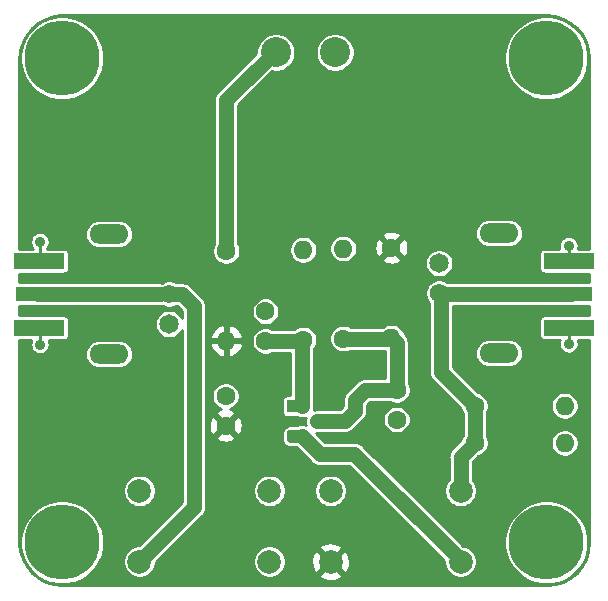
<source format=gtl>
%TF.GenerationSoftware,KiCad,Pcbnew,(5.1.10)-1*%
%TF.CreationDate,2021-09-22T18:05:33-04:00*%
%TF.ProjectId,RF-Amp,52462d41-6d70-42e6-9b69-6361645f7063,rev?*%
%TF.SameCoordinates,Original*%
%TF.FileFunction,Copper,L1,Top*%
%TF.FilePolarity,Positive*%
%FSLAX46Y46*%
G04 Gerber Fmt 4.6, Leading zero omitted, Abs format (unit mm)*
G04 Created by KiCad (PCBNEW (5.1.10)-1) date 2021-09-22 18:05:33*
%MOMM*%
%LPD*%
G01*
G04 APERTURE LIST*
%TA.AperFunction,ComponentPad*%
%ADD10C,6.350000*%
%TD*%
%TA.AperFunction,ComponentPad*%
%ADD11C,1.600000*%
%TD*%
%TA.AperFunction,ComponentPad*%
%ADD12C,1.574800*%
%TD*%
%TA.AperFunction,ComponentPad*%
%ADD13C,1.651000*%
%TD*%
%TA.AperFunction,ComponentPad*%
%ADD14O,3.302000X1.651000*%
%TD*%
%TA.AperFunction,ComponentPad*%
%ADD15R,1.800000X1.100000*%
%TD*%
%TA.AperFunction,ComponentPad*%
%ADD16O,1.600000X1.600000*%
%TD*%
%TA.AperFunction,ComponentPad*%
%ADD17C,2.000000*%
%TD*%
%TA.AperFunction,SMDPad,CuDef*%
%ADD18R,4.200000X1.350000*%
%TD*%
%TA.AperFunction,SMDPad,CuDef*%
%ADD19R,3.600000X1.270000*%
%TD*%
%TA.AperFunction,ComponentPad*%
%ADD20C,2.540000*%
%TD*%
%TA.AperFunction,ViaPad*%
%ADD21C,0.889000*%
%TD*%
%TA.AperFunction,Conductor*%
%ADD22C,1.270000*%
%TD*%
%TA.AperFunction,Conductor*%
%ADD23C,0.254000*%
%TD*%
%TA.AperFunction,Conductor*%
%ADD24C,0.150000*%
%TD*%
G04 APERTURE END LIST*
D10*
%TO.P,MTG1,1*%
%TO.N,N/C*%
X70040000Y-39560000D03*
%TD*%
%TO.P,MTG2,1*%
%TO.N,N/C*%
X111040000Y-39560000D03*
%TD*%
%TO.P,MTG3,1*%
%TO.N,N/C*%
X70040000Y-80560000D03*
%TD*%
%TO.P,MTG4,1*%
%TO.N,N/C*%
X111040000Y-80560000D03*
%TD*%
D11*
%TO.P,C1,2*%
%TO.N,GND*%
X83870800Y-68162800D03*
%TO.P,C1,1*%
%TO.N,/+BUF*%
X83870800Y-70662800D03*
%TD*%
%TO.P,C2,1*%
%TO.N,Net-(C2-Pad1)*%
X98348800Y-70154800D03*
%TO.P,C2,2*%
%TO.N,/VB*%
X98348800Y-67654800D03*
%TD*%
%TO.P,C3,1*%
%TO.N,/VE*%
X87249000Y-63500000D03*
%TO.P,C3,2*%
%TO.N,GND*%
X87249000Y-61000000D03*
%TD*%
D12*
%TO.P,P1,1*%
%TO.N,/IN*%
X79095600Y-59537600D03*
D13*
%TO.P,P1,2*%
%TO.N,GND*%
X79095600Y-62077600D03*
D14*
%TO.P,P1,*%
%TO.N,*%
X74015600Y-64617600D03*
X74015600Y-54457600D03*
%TD*%
%TO.P,P2,*%
%TO.N,*%
X107035600Y-64541400D03*
X107035600Y-54381400D03*
D13*
%TO.P,P2,2*%
%TO.N,GND*%
X101955600Y-56921400D03*
D12*
%TO.P,P2,1*%
%TO.N,/OUT*%
X101955600Y-59461400D03*
%TD*%
%TO.P,Q1,2*%
%TO.N,/VB*%
%TA.AperFunction,ComponentPad*%
G36*
G01*
X91392800Y-69757200D02*
X92642800Y-69757200D01*
G75*
G02*
X92917800Y-70032200I0J-275000D01*
G01*
X92917800Y-70582200D01*
G75*
G02*
X92642800Y-70857200I-275000J0D01*
G01*
X91392800Y-70857200D01*
G75*
G02*
X91117800Y-70582200I0J275000D01*
G01*
X91117800Y-70032200D01*
G75*
G02*
X91392800Y-69757200I275000J0D01*
G01*
G37*
%TD.AperFunction*%
%TO.P,Q1,3*%
%TO.N,/VC*%
%TA.AperFunction,ComponentPad*%
G36*
G01*
X89322800Y-71027200D02*
X90572800Y-71027200D01*
G75*
G02*
X90847800Y-71302200I0J-275000D01*
G01*
X90847800Y-71852200D01*
G75*
G02*
X90572800Y-72127200I-275000J0D01*
G01*
X89322800Y-72127200D01*
G75*
G02*
X89047800Y-71852200I0J275000D01*
G01*
X89047800Y-71302200D01*
G75*
G02*
X89322800Y-71027200I275000J0D01*
G01*
G37*
%TD.AperFunction*%
D15*
%TO.P,Q1,1*%
%TO.N,/VE*%
X89947800Y-69037200D03*
%TD*%
D16*
%TO.P,R1,2*%
%TO.N,/VB*%
X97917000Y-63220600D03*
D11*
%TO.P,R1,1*%
%TO.N,/+BUF*%
X97917000Y-55600600D03*
%TD*%
%TO.P,R2,1*%
%TO.N,/VB*%
X93827600Y-63296800D03*
D16*
%TO.P,R2,2*%
%TO.N,GND*%
X93827600Y-55676800D03*
%TD*%
%TO.P,R3,2*%
%TO.N,GND*%
X90449400Y-55778400D03*
D11*
%TO.P,R3,1*%
%TO.N,/VE*%
X90449400Y-63398400D03*
%TD*%
%TO.P,R4,1*%
%TO.N,/+12V*%
X83921600Y-55880000D03*
D16*
%TO.P,R4,2*%
%TO.N,/+BUF*%
X83921600Y-63500000D03*
%TD*%
D11*
%TO.P,R5,1*%
%TO.N,/OUT*%
X104952800Y-72136000D03*
D16*
%TO.P,R5,2*%
%TO.N,GND*%
X112572800Y-72136000D03*
%TD*%
%TO.P,R6,2*%
%TO.N,GND*%
X112572800Y-68986400D03*
D11*
%TO.P,R6,1*%
%TO.N,/OUT*%
X104952800Y-68986400D03*
%TD*%
D17*
%TO.P,T1,1*%
%TO.N,/+BUF*%
X92760800Y-82194400D03*
%TO.P,T1,2*%
%TO.N,/VC*%
X103760800Y-82194400D03*
%TO.P,T1,3*%
%TO.N,GND*%
X92760800Y-76194400D03*
%TO.P,T1,4*%
%TO.N,/OUT*%
X103760800Y-76194400D03*
%TD*%
%TO.P,T2,4*%
%TO.N,Net-(C2-Pad1)*%
X87581000Y-76194400D03*
%TO.P,T2,3*%
%TO.N,GND*%
X76581000Y-76194400D03*
%TO.P,T2,2*%
X87581000Y-82194400D03*
%TO.P,T2,1*%
%TO.N,/IN*%
X76581000Y-82194400D03*
%TD*%
D18*
%TO.P,PB1,2*%
%TO.N,GND*%
X68097400Y-56738000D03*
X68097400Y-62388000D03*
D19*
%TO.P,PB1,1*%
%TO.N,/IN*%
X67897400Y-59563000D03*
%TD*%
%TO.P,PB2,1*%
%TO.N,/OUT*%
X113128400Y-59560000D03*
D18*
%TO.P,PB2,2*%
%TO.N,GND*%
X112928400Y-56735000D03*
X112928400Y-62385000D03*
%TD*%
D20*
%TO.P,P3,2*%
%TO.N,GND*%
X93138000Y-39065200D03*
%TO.P,P3,1*%
%TO.N,/+12V*%
X88138000Y-39065200D03*
%TD*%
D21*
%TO.N,GND*%
X112928400Y-55422800D03*
X112928400Y-63754000D03*
X68148200Y-55092600D03*
X68148200Y-63804800D03*
%TD*%
D22*
%TO.N,/+12V*%
X83921600Y-43103800D02*
X88188800Y-38836600D01*
X83921600Y-55880000D02*
X83921600Y-43103800D01*
D23*
%TO.N,/IN*%
X68540000Y-59560000D02*
X78290000Y-59560000D01*
X78742500Y-59107500D02*
X78290000Y-59560000D01*
D22*
X78287000Y-59563000D02*
X78290000Y-59560000D01*
X67948200Y-59563000D02*
X78287000Y-59563000D01*
X79019400Y-59560000D02*
X80210200Y-59560000D01*
X80210200Y-59560000D02*
X81203800Y-60553600D01*
X81203800Y-77571600D02*
X76581000Y-82194400D01*
X81203800Y-60553600D02*
X81203800Y-77571600D01*
D23*
%TO.N,/OUT*%
X102790000Y-59560000D02*
X112540000Y-59560000D01*
D22*
X113128400Y-59560000D02*
X102790000Y-59560000D01*
X103760800Y-73328000D02*
X104952800Y-72136000D01*
X103760800Y-76194400D02*
X103760800Y-73328000D01*
X104952800Y-72136000D02*
X104952800Y-68986400D01*
X102133400Y-66167000D02*
X104952800Y-68986400D01*
X102133400Y-59486800D02*
X102133400Y-66167000D01*
X113055200Y-59486800D02*
X113128400Y-59560000D01*
X102133400Y-59486800D02*
X113055200Y-59486800D01*
%TO.N,/VB*%
X97840800Y-63296800D02*
X97917000Y-63220600D01*
X93827600Y-63296800D02*
X97840800Y-63296800D01*
X98348800Y-63652400D02*
X97917000Y-63220600D01*
X98348800Y-67654800D02*
X98348800Y-63652400D01*
X91617800Y-70307200D02*
X93954600Y-70307200D01*
X93954600Y-70307200D02*
X94818200Y-69443600D01*
X94818200Y-69443600D02*
X94818200Y-68529200D01*
X95692600Y-67654800D02*
X98348800Y-67654800D01*
X94818200Y-68529200D02*
X95692600Y-67654800D01*
%TO.N,/VC*%
X90347800Y-71577200D02*
X91846400Y-73075800D01*
X91846400Y-73075800D02*
X94767400Y-73075800D01*
X103760800Y-82069200D02*
X103760800Y-82194400D01*
X94767400Y-73075800D02*
X103760800Y-82069200D01*
D23*
%TO.N,GND*%
X112928400Y-56735000D02*
X112928400Y-55422800D01*
X112928400Y-62385000D02*
X112928400Y-63754000D01*
X68148200Y-56738000D02*
X68148200Y-55092600D01*
X68148200Y-62388000D02*
X68148200Y-63804800D01*
D22*
%TO.N,/VE*%
X90347800Y-69037200D02*
X90347800Y-63500000D01*
X90347800Y-63500000D02*
X90449400Y-63398400D01*
X87249000Y-63500000D02*
X90347800Y-63500000D01*
%TD*%
D23*
%TO.N,/+BUF*%
X111742732Y-36010926D02*
X112418704Y-36215014D01*
X113042160Y-36546512D01*
X113589351Y-36992790D01*
X114039440Y-37536855D01*
X114375279Y-38157975D01*
X114584081Y-38832506D01*
X114659772Y-39552654D01*
X114659800Y-39560744D01*
X114659800Y-55677157D01*
X113716556Y-55677157D01*
X113722176Y-55663589D01*
X113753900Y-55504105D01*
X113753900Y-55341495D01*
X113722176Y-55182011D01*
X113659948Y-55031779D01*
X113569608Y-54896575D01*
X113454625Y-54781592D01*
X113319421Y-54691252D01*
X113169189Y-54629024D01*
X113009705Y-54597300D01*
X112847095Y-54597300D01*
X112687611Y-54629024D01*
X112537379Y-54691252D01*
X112402175Y-54781592D01*
X112287192Y-54896575D01*
X112196852Y-55031779D01*
X112134624Y-55182011D01*
X112102900Y-55341495D01*
X112102900Y-55504105D01*
X112134624Y-55663589D01*
X112140244Y-55677157D01*
X110828400Y-55677157D01*
X110753711Y-55684513D01*
X110681892Y-55706299D01*
X110615704Y-55741678D01*
X110557689Y-55789289D01*
X110510078Y-55847304D01*
X110474699Y-55913492D01*
X110452913Y-55985311D01*
X110445557Y-56060000D01*
X110445557Y-57410000D01*
X110452913Y-57484689D01*
X110474699Y-57556508D01*
X110510078Y-57622696D01*
X110557689Y-57680711D01*
X110615704Y-57728322D01*
X110681892Y-57763701D01*
X110753711Y-57785487D01*
X110828400Y-57792843D01*
X114659800Y-57792843D01*
X114659800Y-58542157D01*
X113441137Y-58542157D01*
X113254371Y-58485502D01*
X113105102Y-58470800D01*
X113055200Y-58465885D01*
X113005298Y-58470800D01*
X102576126Y-58470800D01*
X102509045Y-58425978D01*
X102296410Y-58337901D01*
X102070677Y-58293000D01*
X101840523Y-58293000D01*
X101614790Y-58337901D01*
X101402155Y-58425978D01*
X101210789Y-58553845D01*
X101048045Y-58716589D01*
X100920178Y-58907955D01*
X100832101Y-59120590D01*
X100787200Y-59346323D01*
X100787200Y-59576477D01*
X100832101Y-59802210D01*
X100920178Y-60014845D01*
X101048045Y-60206211D01*
X101117400Y-60275566D01*
X101117401Y-66117088D01*
X101112485Y-66167000D01*
X101132102Y-66366170D01*
X101164752Y-66473800D01*
X101190199Y-66557687D01*
X101284541Y-66734190D01*
X101411505Y-66888896D01*
X101450268Y-66920708D01*
X103806445Y-69276885D01*
X103817186Y-69330885D01*
X103906212Y-69545813D01*
X103936801Y-69591592D01*
X103936800Y-71530809D01*
X103906212Y-71576587D01*
X103817186Y-71791515D01*
X103806445Y-71845515D01*
X103077668Y-72574292D01*
X103038905Y-72606104D01*
X102911941Y-72760810D01*
X102843507Y-72888843D01*
X102817599Y-72937313D01*
X102759502Y-73128830D01*
X102739885Y-73328000D01*
X102744801Y-73377911D01*
X102744800Y-75257371D01*
X102688107Y-75314064D01*
X102536974Y-75540251D01*
X102432871Y-75791577D01*
X102379800Y-76058383D01*
X102379800Y-76330417D01*
X102432871Y-76597223D01*
X102536974Y-76848549D01*
X102688107Y-77074736D01*
X102880464Y-77267093D01*
X103106651Y-77418226D01*
X103357977Y-77522329D01*
X103624783Y-77575400D01*
X103896817Y-77575400D01*
X104163623Y-77522329D01*
X104414949Y-77418226D01*
X104641136Y-77267093D01*
X104833493Y-77074736D01*
X104984626Y-76848549D01*
X105088729Y-76597223D01*
X105141800Y-76330417D01*
X105141800Y-76058383D01*
X105088729Y-75791577D01*
X104984626Y-75540251D01*
X104833493Y-75314064D01*
X104776800Y-75257371D01*
X104776800Y-73748840D01*
X105243285Y-73282355D01*
X105297285Y-73271614D01*
X105512213Y-73182588D01*
X105705643Y-73053342D01*
X105870142Y-72888843D01*
X105999388Y-72695413D01*
X106088414Y-72480485D01*
X106133800Y-72252318D01*
X106133800Y-72019682D01*
X111391800Y-72019682D01*
X111391800Y-72252318D01*
X111437186Y-72480485D01*
X111526212Y-72695413D01*
X111655458Y-72888843D01*
X111819957Y-73053342D01*
X112013387Y-73182588D01*
X112228315Y-73271614D01*
X112456482Y-73317000D01*
X112689118Y-73317000D01*
X112917285Y-73271614D01*
X113132213Y-73182588D01*
X113325643Y-73053342D01*
X113490142Y-72888843D01*
X113619388Y-72695413D01*
X113708414Y-72480485D01*
X113753800Y-72252318D01*
X113753800Y-72019682D01*
X113708414Y-71791515D01*
X113619388Y-71576587D01*
X113490142Y-71383157D01*
X113325643Y-71218658D01*
X113132213Y-71089412D01*
X112917285Y-71000386D01*
X112689118Y-70955000D01*
X112456482Y-70955000D01*
X112228315Y-71000386D01*
X112013387Y-71089412D01*
X111819957Y-71218658D01*
X111655458Y-71383157D01*
X111526212Y-71576587D01*
X111437186Y-71791515D01*
X111391800Y-72019682D01*
X106133800Y-72019682D01*
X106088414Y-71791515D01*
X105999388Y-71576587D01*
X105968800Y-71530809D01*
X105968800Y-69591591D01*
X105999388Y-69545813D01*
X106088414Y-69330885D01*
X106133800Y-69102718D01*
X106133800Y-68870082D01*
X111391800Y-68870082D01*
X111391800Y-69102718D01*
X111437186Y-69330885D01*
X111526212Y-69545813D01*
X111655458Y-69739243D01*
X111819957Y-69903742D01*
X112013387Y-70032988D01*
X112228315Y-70122014D01*
X112456482Y-70167400D01*
X112689118Y-70167400D01*
X112917285Y-70122014D01*
X113132213Y-70032988D01*
X113325643Y-69903742D01*
X113490142Y-69739243D01*
X113619388Y-69545813D01*
X113708414Y-69330885D01*
X113753800Y-69102718D01*
X113753800Y-68870082D01*
X113708414Y-68641915D01*
X113619388Y-68426987D01*
X113490142Y-68233557D01*
X113325643Y-68069058D01*
X113132213Y-67939812D01*
X112917285Y-67850786D01*
X112689118Y-67805400D01*
X112456482Y-67805400D01*
X112228315Y-67850786D01*
X112013387Y-67939812D01*
X111819957Y-68069058D01*
X111655458Y-68233557D01*
X111526212Y-68426987D01*
X111437186Y-68641915D01*
X111391800Y-68870082D01*
X106133800Y-68870082D01*
X106088414Y-68641915D01*
X105999388Y-68426987D01*
X105870142Y-68233557D01*
X105705643Y-68069058D01*
X105512213Y-67939812D01*
X105297285Y-67850786D01*
X105243285Y-67840045D01*
X103149400Y-65746160D01*
X103149400Y-64541400D01*
X104997763Y-64541400D01*
X105021058Y-64777915D01*
X105090047Y-65005341D01*
X105202079Y-65214938D01*
X105352848Y-65398652D01*
X105536562Y-65549421D01*
X105746159Y-65661453D01*
X105973585Y-65730442D01*
X106150837Y-65747900D01*
X107920363Y-65747900D01*
X108097615Y-65730442D01*
X108325041Y-65661453D01*
X108534638Y-65549421D01*
X108718352Y-65398652D01*
X108869121Y-65214938D01*
X108981153Y-65005341D01*
X109050142Y-64777915D01*
X109073437Y-64541400D01*
X109050142Y-64304885D01*
X108981153Y-64077459D01*
X108869121Y-63867862D01*
X108718352Y-63684148D01*
X108534638Y-63533379D01*
X108325041Y-63421347D01*
X108097615Y-63352358D01*
X107920363Y-63334900D01*
X106150837Y-63334900D01*
X105973585Y-63352358D01*
X105746159Y-63421347D01*
X105536562Y-63533379D01*
X105352848Y-63684148D01*
X105202079Y-63867862D01*
X105090047Y-64077459D01*
X105021058Y-64304885D01*
X104997763Y-64541400D01*
X103149400Y-64541400D01*
X103149400Y-60576000D01*
X111309687Y-60576000D01*
X111328400Y-60577843D01*
X113097218Y-60577843D01*
X113128399Y-60580914D01*
X113159580Y-60577843D01*
X114659801Y-60577843D01*
X114659801Y-61327157D01*
X110828400Y-61327157D01*
X110753711Y-61334513D01*
X110681892Y-61356299D01*
X110615704Y-61391678D01*
X110557689Y-61439289D01*
X110510078Y-61497304D01*
X110474699Y-61563492D01*
X110452913Y-61635311D01*
X110445557Y-61710000D01*
X110445557Y-63060000D01*
X110452913Y-63134689D01*
X110474699Y-63206508D01*
X110510078Y-63272696D01*
X110557689Y-63330711D01*
X110615704Y-63378322D01*
X110681892Y-63413701D01*
X110753711Y-63435487D01*
X110828400Y-63442843D01*
X112163771Y-63442843D01*
X112134624Y-63513211D01*
X112102900Y-63672695D01*
X112102900Y-63835305D01*
X112134624Y-63994789D01*
X112196852Y-64145021D01*
X112287192Y-64280225D01*
X112402175Y-64395208D01*
X112537379Y-64485548D01*
X112687611Y-64547776D01*
X112847095Y-64579500D01*
X113009705Y-64579500D01*
X113169189Y-64547776D01*
X113319421Y-64485548D01*
X113454625Y-64395208D01*
X113569608Y-64280225D01*
X113659948Y-64145021D01*
X113722176Y-63994789D01*
X113753900Y-63835305D01*
X113753900Y-63672695D01*
X113722176Y-63513211D01*
X113693029Y-63442843D01*
X114659801Y-63442843D01*
X114659801Y-80541400D01*
X114589074Y-81262732D01*
X114384985Y-81938706D01*
X114053488Y-82562160D01*
X113607210Y-83109351D01*
X113063147Y-83559439D01*
X112442026Y-83895278D01*
X111767494Y-84104081D01*
X111047346Y-84179772D01*
X111039255Y-84179800D01*
X70058590Y-84179800D01*
X69337268Y-84109074D01*
X68661294Y-83904985D01*
X68037840Y-83573488D01*
X67490649Y-83127210D01*
X67040561Y-82583147D01*
X66704722Y-81962026D01*
X66495919Y-81287494D01*
X66420228Y-80567346D01*
X66420200Y-80559255D01*
X66420200Y-80209765D01*
X66484000Y-80209765D01*
X66484000Y-80910235D01*
X66620655Y-81597247D01*
X66888714Y-82244398D01*
X67277874Y-82826818D01*
X67773182Y-83322126D01*
X68355602Y-83711286D01*
X69002753Y-83979345D01*
X69689765Y-84116000D01*
X70390235Y-84116000D01*
X71077247Y-83979345D01*
X71724398Y-83711286D01*
X72306818Y-83322126D01*
X72802126Y-82826818D01*
X73191286Y-82244398D01*
X73459345Y-81597247D01*
X73596000Y-80910235D01*
X73596000Y-80209765D01*
X73459345Y-79522753D01*
X73191286Y-78875602D01*
X72802126Y-78293182D01*
X72306818Y-77797874D01*
X71724398Y-77408714D01*
X71077247Y-77140655D01*
X70390235Y-77004000D01*
X69689765Y-77004000D01*
X69002753Y-77140655D01*
X68355602Y-77408714D01*
X67773182Y-77797874D01*
X67277874Y-78293182D01*
X66888714Y-78875602D01*
X66620655Y-79522753D01*
X66484000Y-80209765D01*
X66420200Y-80209765D01*
X66420200Y-76058383D01*
X75200000Y-76058383D01*
X75200000Y-76330417D01*
X75253071Y-76597223D01*
X75357174Y-76848549D01*
X75508307Y-77074736D01*
X75700664Y-77267093D01*
X75926851Y-77418226D01*
X76178177Y-77522329D01*
X76444983Y-77575400D01*
X76717017Y-77575400D01*
X76983823Y-77522329D01*
X77235149Y-77418226D01*
X77461336Y-77267093D01*
X77653693Y-77074736D01*
X77804826Y-76848549D01*
X77908929Y-76597223D01*
X77962000Y-76330417D01*
X77962000Y-76058383D01*
X77908929Y-75791577D01*
X77804826Y-75540251D01*
X77653693Y-75314064D01*
X77461336Y-75121707D01*
X77235149Y-74970574D01*
X76983823Y-74866471D01*
X76717017Y-74813400D01*
X76444983Y-74813400D01*
X76178177Y-74866471D01*
X75926851Y-74970574D01*
X75700664Y-75121707D01*
X75508307Y-75314064D01*
X75357174Y-75540251D01*
X75253071Y-75791577D01*
X75200000Y-76058383D01*
X66420200Y-76058383D01*
X66420200Y-63445843D01*
X67403371Y-63445843D01*
X67354424Y-63564011D01*
X67322700Y-63723495D01*
X67322700Y-63886105D01*
X67354424Y-64045589D01*
X67416652Y-64195821D01*
X67506992Y-64331025D01*
X67621975Y-64446008D01*
X67757179Y-64536348D01*
X67907411Y-64598576D01*
X68066895Y-64630300D01*
X68229505Y-64630300D01*
X68293350Y-64617600D01*
X71977763Y-64617600D01*
X72001058Y-64854115D01*
X72070047Y-65081541D01*
X72182079Y-65291138D01*
X72332848Y-65474852D01*
X72516562Y-65625621D01*
X72726159Y-65737653D01*
X72953585Y-65806642D01*
X73130837Y-65824100D01*
X74900363Y-65824100D01*
X75077615Y-65806642D01*
X75305041Y-65737653D01*
X75514638Y-65625621D01*
X75698352Y-65474852D01*
X75849121Y-65291138D01*
X75961153Y-65081541D01*
X76030142Y-64854115D01*
X76053437Y-64617600D01*
X76030142Y-64381085D01*
X75961153Y-64153659D01*
X75849121Y-63944062D01*
X75698352Y-63760348D01*
X75514638Y-63609579D01*
X75305041Y-63497547D01*
X75077615Y-63428558D01*
X74900363Y-63411100D01*
X73130837Y-63411100D01*
X72953585Y-63428558D01*
X72726159Y-63497547D01*
X72516562Y-63609579D01*
X72332848Y-63760348D01*
X72182079Y-63944062D01*
X72070047Y-64153659D01*
X72001058Y-64381085D01*
X71977763Y-64617600D01*
X68293350Y-64617600D01*
X68388989Y-64598576D01*
X68539221Y-64536348D01*
X68674425Y-64446008D01*
X68789408Y-64331025D01*
X68879748Y-64195821D01*
X68941976Y-64045589D01*
X68973700Y-63886105D01*
X68973700Y-63723495D01*
X68941976Y-63564011D01*
X68893029Y-63445843D01*
X70197400Y-63445843D01*
X70272089Y-63438487D01*
X70343908Y-63416701D01*
X70410096Y-63381322D01*
X70468111Y-63333711D01*
X70515722Y-63275696D01*
X70551101Y-63209508D01*
X70572887Y-63137689D01*
X70580243Y-63063000D01*
X70580243Y-61713000D01*
X70572887Y-61638311D01*
X70551101Y-61566492D01*
X70515722Y-61500304D01*
X70468111Y-61442289D01*
X70410096Y-61394678D01*
X70343908Y-61359299D01*
X70272089Y-61337513D01*
X70197400Y-61330157D01*
X66420200Y-61330157D01*
X66420200Y-60580843D01*
X69697400Y-60580843D01*
X69716113Y-60579000D01*
X78237098Y-60579000D01*
X78287000Y-60583915D01*
X78336902Y-60579000D01*
X78486171Y-60564298D01*
X78515695Y-60555342D01*
X78542155Y-60573022D01*
X78754790Y-60661099D01*
X78980523Y-60706000D01*
X79210677Y-60706000D01*
X79436410Y-60661099D01*
X79641856Y-60576000D01*
X79789360Y-60576000D01*
X80187800Y-60974441D01*
X80187800Y-61561667D01*
X80164787Y-61506108D01*
X80032750Y-61308501D01*
X79864699Y-61140450D01*
X79667092Y-61008413D01*
X79447523Y-60917465D01*
X79214430Y-60871100D01*
X78976770Y-60871100D01*
X78743677Y-60917465D01*
X78524108Y-61008413D01*
X78326501Y-61140450D01*
X78158450Y-61308501D01*
X78026413Y-61506108D01*
X77935465Y-61725677D01*
X77889100Y-61958770D01*
X77889100Y-62196430D01*
X77935465Y-62429523D01*
X78026413Y-62649092D01*
X78158450Y-62846699D01*
X78326501Y-63014750D01*
X78524108Y-63146787D01*
X78743677Y-63237735D01*
X78976770Y-63284100D01*
X79214430Y-63284100D01*
X79447523Y-63237735D01*
X79667092Y-63146787D01*
X79864699Y-63014750D01*
X80032750Y-62846699D01*
X80164787Y-62649092D01*
X80187800Y-62593533D01*
X80187801Y-77150758D01*
X76525160Y-80813400D01*
X76444983Y-80813400D01*
X76178177Y-80866471D01*
X75926851Y-80970574D01*
X75700664Y-81121707D01*
X75508307Y-81314064D01*
X75357174Y-81540251D01*
X75253071Y-81791577D01*
X75200000Y-82058383D01*
X75200000Y-82330417D01*
X75253071Y-82597223D01*
X75357174Y-82848549D01*
X75508307Y-83074736D01*
X75700664Y-83267093D01*
X75926851Y-83418226D01*
X76178177Y-83522329D01*
X76444983Y-83575400D01*
X76717017Y-83575400D01*
X76983823Y-83522329D01*
X77235149Y-83418226D01*
X77461336Y-83267093D01*
X77653693Y-83074736D01*
X77804826Y-82848549D01*
X77908929Y-82597223D01*
X77962000Y-82330417D01*
X77962000Y-82250240D01*
X78153857Y-82058383D01*
X86200000Y-82058383D01*
X86200000Y-82330417D01*
X86253071Y-82597223D01*
X86357174Y-82848549D01*
X86508307Y-83074736D01*
X86700664Y-83267093D01*
X86926851Y-83418226D01*
X87178177Y-83522329D01*
X87444983Y-83575400D01*
X87717017Y-83575400D01*
X87983823Y-83522329D01*
X88235149Y-83418226D01*
X88367468Y-83329813D01*
X91804992Y-83329813D01*
X91900756Y-83594214D01*
X92190371Y-83735104D01*
X92501908Y-83816784D01*
X92823395Y-83836118D01*
X93142475Y-83792361D01*
X93446888Y-83687195D01*
X93620844Y-83594214D01*
X93716608Y-83329813D01*
X92760800Y-82374005D01*
X91804992Y-83329813D01*
X88367468Y-83329813D01*
X88461336Y-83267093D01*
X88653693Y-83074736D01*
X88804826Y-82848549D01*
X88908929Y-82597223D01*
X88962000Y-82330417D01*
X88962000Y-82256995D01*
X91119082Y-82256995D01*
X91162839Y-82576075D01*
X91268005Y-82880488D01*
X91360986Y-83054444D01*
X91625387Y-83150208D01*
X92581195Y-82194400D01*
X92940405Y-82194400D01*
X93896213Y-83150208D01*
X94160614Y-83054444D01*
X94301504Y-82764829D01*
X94383184Y-82453292D01*
X94402518Y-82131805D01*
X94358761Y-81812725D01*
X94253595Y-81508312D01*
X94160614Y-81334356D01*
X93896213Y-81238592D01*
X92940405Y-82194400D01*
X92581195Y-82194400D01*
X91625387Y-81238592D01*
X91360986Y-81334356D01*
X91220096Y-81623971D01*
X91138416Y-81935508D01*
X91119082Y-82256995D01*
X88962000Y-82256995D01*
X88962000Y-82058383D01*
X88908929Y-81791577D01*
X88804826Y-81540251D01*
X88653693Y-81314064D01*
X88461336Y-81121707D01*
X88367469Y-81058987D01*
X91804992Y-81058987D01*
X92760800Y-82014795D01*
X93716608Y-81058987D01*
X93620844Y-80794586D01*
X93331229Y-80653696D01*
X93019692Y-80572016D01*
X92698205Y-80552682D01*
X92379125Y-80596439D01*
X92074712Y-80701605D01*
X91900756Y-80794586D01*
X91804992Y-81058987D01*
X88367469Y-81058987D01*
X88235149Y-80970574D01*
X87983823Y-80866471D01*
X87717017Y-80813400D01*
X87444983Y-80813400D01*
X87178177Y-80866471D01*
X86926851Y-80970574D01*
X86700664Y-81121707D01*
X86508307Y-81314064D01*
X86357174Y-81540251D01*
X86253071Y-81791577D01*
X86200000Y-82058383D01*
X78153857Y-82058383D01*
X81886933Y-78325308D01*
X81925696Y-78293496D01*
X82052660Y-78138790D01*
X82147002Y-77962287D01*
X82187474Y-77828868D01*
X82205098Y-77770772D01*
X82207004Y-77751423D01*
X82219800Y-77621502D01*
X82219800Y-77621495D01*
X82224714Y-77571601D01*
X82219800Y-77521707D01*
X82219800Y-76058383D01*
X86200000Y-76058383D01*
X86200000Y-76330417D01*
X86253071Y-76597223D01*
X86357174Y-76848549D01*
X86508307Y-77074736D01*
X86700664Y-77267093D01*
X86926851Y-77418226D01*
X87178177Y-77522329D01*
X87444983Y-77575400D01*
X87717017Y-77575400D01*
X87983823Y-77522329D01*
X88235149Y-77418226D01*
X88461336Y-77267093D01*
X88653693Y-77074736D01*
X88804826Y-76848549D01*
X88908929Y-76597223D01*
X88962000Y-76330417D01*
X88962000Y-76058383D01*
X91379800Y-76058383D01*
X91379800Y-76330417D01*
X91432871Y-76597223D01*
X91536974Y-76848549D01*
X91688107Y-77074736D01*
X91880464Y-77267093D01*
X92106651Y-77418226D01*
X92357977Y-77522329D01*
X92624783Y-77575400D01*
X92896817Y-77575400D01*
X93163623Y-77522329D01*
X93414949Y-77418226D01*
X93641136Y-77267093D01*
X93833493Y-77074736D01*
X93984626Y-76848549D01*
X94088729Y-76597223D01*
X94141800Y-76330417D01*
X94141800Y-76058383D01*
X94088729Y-75791577D01*
X93984626Y-75540251D01*
X93833493Y-75314064D01*
X93641136Y-75121707D01*
X93414949Y-74970574D01*
X93163623Y-74866471D01*
X92896817Y-74813400D01*
X92624783Y-74813400D01*
X92357977Y-74866471D01*
X92106651Y-74970574D01*
X91880464Y-75121707D01*
X91688107Y-75314064D01*
X91536974Y-75540251D01*
X91432871Y-75791577D01*
X91379800Y-76058383D01*
X88962000Y-76058383D01*
X88908929Y-75791577D01*
X88804826Y-75540251D01*
X88653693Y-75314064D01*
X88461336Y-75121707D01*
X88235149Y-74970574D01*
X87983823Y-74866471D01*
X87717017Y-74813400D01*
X87444983Y-74813400D01*
X87178177Y-74866471D01*
X86926851Y-74970574D01*
X86700664Y-75121707D01*
X86508307Y-75314064D01*
X86357174Y-75540251D01*
X86253071Y-75791577D01*
X86200000Y-76058383D01*
X82219800Y-76058383D01*
X82219800Y-71655502D01*
X83057703Y-71655502D01*
X83129286Y-71899471D01*
X83384796Y-72020371D01*
X83658984Y-72089100D01*
X83941312Y-72103017D01*
X84220930Y-72061587D01*
X84487092Y-71966403D01*
X84612314Y-71899471D01*
X84683897Y-71655502D01*
X83870800Y-70842405D01*
X83057703Y-71655502D01*
X82219800Y-71655502D01*
X82219800Y-70733312D01*
X82430583Y-70733312D01*
X82472013Y-71012930D01*
X82567197Y-71279092D01*
X82634129Y-71404314D01*
X82878098Y-71475897D01*
X83691195Y-70662800D01*
X84050405Y-70662800D01*
X84863502Y-71475897D01*
X85107471Y-71404314D01*
X85228371Y-71148804D01*
X85297100Y-70874616D01*
X85311017Y-70592288D01*
X85269587Y-70312670D01*
X85174403Y-70046508D01*
X85107471Y-69921286D01*
X84863502Y-69849703D01*
X84050405Y-70662800D01*
X83691195Y-70662800D01*
X82878098Y-69849703D01*
X82634129Y-69921286D01*
X82513229Y-70176796D01*
X82444500Y-70450984D01*
X82430583Y-70733312D01*
X82219800Y-70733312D01*
X82219800Y-68046482D01*
X82689800Y-68046482D01*
X82689800Y-68279118D01*
X82735186Y-68507285D01*
X82824212Y-68722213D01*
X82953458Y-68915643D01*
X83117957Y-69080142D01*
X83311387Y-69209388D01*
X83479129Y-69278869D01*
X83254508Y-69359197D01*
X83129286Y-69426129D01*
X83057703Y-69670098D01*
X83870800Y-70483195D01*
X84683897Y-69670098D01*
X84612314Y-69426129D01*
X84356804Y-69305229D01*
X84258389Y-69280560D01*
X84430213Y-69209388D01*
X84623643Y-69080142D01*
X84788142Y-68915643D01*
X84917388Y-68722213D01*
X85006414Y-68507285D01*
X85051800Y-68279118D01*
X85051800Y-68046482D01*
X85006414Y-67818315D01*
X84917388Y-67603387D01*
X84788142Y-67409957D01*
X84623643Y-67245458D01*
X84430213Y-67116212D01*
X84215285Y-67027186D01*
X83987118Y-66981800D01*
X83754482Y-66981800D01*
X83526315Y-67027186D01*
X83311387Y-67116212D01*
X83117957Y-67245458D01*
X82953458Y-67409957D01*
X82824212Y-67603387D01*
X82735186Y-67818315D01*
X82689800Y-68046482D01*
X82219800Y-68046482D01*
X82219800Y-63849040D01*
X82529691Y-63849040D01*
X82624530Y-64113881D01*
X82769215Y-64355131D01*
X82958186Y-64563519D01*
X83184180Y-64731037D01*
X83438513Y-64851246D01*
X83572561Y-64891904D01*
X83794600Y-64769915D01*
X83794600Y-63627000D01*
X84048600Y-63627000D01*
X84048600Y-64769915D01*
X84270639Y-64891904D01*
X84404687Y-64851246D01*
X84659020Y-64731037D01*
X84885014Y-64563519D01*
X85073985Y-64355131D01*
X85218670Y-64113881D01*
X85313509Y-63849040D01*
X85192224Y-63627000D01*
X84048600Y-63627000D01*
X83794600Y-63627000D01*
X82650976Y-63627000D01*
X82529691Y-63849040D01*
X82219800Y-63849040D01*
X82219800Y-63383682D01*
X86068000Y-63383682D01*
X86068000Y-63616318D01*
X86113386Y-63844485D01*
X86202412Y-64059413D01*
X86331658Y-64252843D01*
X86496157Y-64417342D01*
X86689587Y-64546588D01*
X86904515Y-64635614D01*
X87132682Y-64681000D01*
X87365318Y-64681000D01*
X87593485Y-64635614D01*
X87808413Y-64546588D01*
X87854191Y-64516000D01*
X89331801Y-64516000D01*
X89331800Y-68104357D01*
X89047800Y-68104357D01*
X88973111Y-68111713D01*
X88901292Y-68133499D01*
X88835104Y-68168878D01*
X88777089Y-68216489D01*
X88729478Y-68274504D01*
X88694099Y-68340692D01*
X88672313Y-68412511D01*
X88664957Y-68487200D01*
X88664957Y-69587200D01*
X88672313Y-69661889D01*
X88694099Y-69733708D01*
X88729478Y-69799896D01*
X88777089Y-69857911D01*
X88835104Y-69905522D01*
X88901292Y-69940901D01*
X88973111Y-69962687D01*
X89047800Y-69970043D01*
X89937733Y-69970043D01*
X89957113Y-69980402D01*
X90148629Y-70038498D01*
X90347800Y-70058115D01*
X90546970Y-70038498D01*
X90646778Y-70008221D01*
X90616502Y-70108029D01*
X90596885Y-70307200D01*
X90616502Y-70506371D01*
X90646779Y-70606179D01*
X90546970Y-70575902D01*
X90347800Y-70556285D01*
X90148630Y-70575902D01*
X89957113Y-70633999D01*
X89937734Y-70644357D01*
X89322800Y-70644357D01*
X89194461Y-70656997D01*
X89071054Y-70694432D01*
X88957322Y-70755224D01*
X88857635Y-70837035D01*
X88775824Y-70936722D01*
X88715032Y-71050454D01*
X88677597Y-71173861D01*
X88664957Y-71302200D01*
X88664957Y-71852200D01*
X88677597Y-71980539D01*
X88715032Y-72103946D01*
X88775824Y-72217678D01*
X88857635Y-72317365D01*
X88957322Y-72399176D01*
X89071054Y-72459968D01*
X89194461Y-72497403D01*
X89322800Y-72510043D01*
X89843803Y-72510043D01*
X91092692Y-73758933D01*
X91124504Y-73797696D01*
X91279210Y-73924660D01*
X91455713Y-74019002D01*
X91589132Y-74059474D01*
X91647228Y-74077098D01*
X91666577Y-74079004D01*
X91796498Y-74091800D01*
X91796505Y-74091800D01*
X91846399Y-74096714D01*
X91896293Y-74091800D01*
X94346560Y-74091800D01*
X102379800Y-82125041D01*
X102379800Y-82330417D01*
X102432871Y-82597223D01*
X102536974Y-82848549D01*
X102688107Y-83074736D01*
X102880464Y-83267093D01*
X103106651Y-83418226D01*
X103357977Y-83522329D01*
X103624783Y-83575400D01*
X103896817Y-83575400D01*
X104163623Y-83522329D01*
X104414949Y-83418226D01*
X104641136Y-83267093D01*
X104833493Y-83074736D01*
X104984626Y-82848549D01*
X105088729Y-82597223D01*
X105141800Y-82330417D01*
X105141800Y-82058383D01*
X105088729Y-81791577D01*
X104984626Y-81540251D01*
X104833493Y-81314064D01*
X104641136Y-81121707D01*
X104414949Y-80970574D01*
X104163623Y-80866471D01*
X103953021Y-80824580D01*
X103338206Y-80209765D01*
X107484000Y-80209765D01*
X107484000Y-80910235D01*
X107620655Y-81597247D01*
X107888714Y-82244398D01*
X108277874Y-82826818D01*
X108773182Y-83322126D01*
X109355602Y-83711286D01*
X110002753Y-83979345D01*
X110689765Y-84116000D01*
X111390235Y-84116000D01*
X112077247Y-83979345D01*
X112724398Y-83711286D01*
X113306818Y-83322126D01*
X113802126Y-82826818D01*
X114191286Y-82244398D01*
X114459345Y-81597247D01*
X114596000Y-80910235D01*
X114596000Y-80209765D01*
X114459345Y-79522753D01*
X114191286Y-78875602D01*
X113802126Y-78293182D01*
X113306818Y-77797874D01*
X112724398Y-77408714D01*
X112077247Y-77140655D01*
X111390235Y-77004000D01*
X110689765Y-77004000D01*
X110002753Y-77140655D01*
X109355602Y-77408714D01*
X108773182Y-77797874D01*
X108277874Y-78293182D01*
X107888714Y-78875602D01*
X107620655Y-79522753D01*
X107484000Y-80209765D01*
X103338206Y-80209765D01*
X95521112Y-72392672D01*
X95489296Y-72353904D01*
X95334590Y-72226940D01*
X95158087Y-72132598D01*
X94966571Y-72074502D01*
X94817302Y-72059800D01*
X94767400Y-72054885D01*
X94717498Y-72059800D01*
X92267241Y-72059800D01*
X91526570Y-71319129D01*
X91567898Y-71323200D01*
X93904698Y-71323200D01*
X93954600Y-71328115D01*
X94004502Y-71323200D01*
X94153771Y-71308498D01*
X94345287Y-71250402D01*
X94521790Y-71156060D01*
X94676496Y-71029096D01*
X94708312Y-70990328D01*
X95501333Y-70197308D01*
X95540096Y-70165496D01*
X95644333Y-70038482D01*
X97167800Y-70038482D01*
X97167800Y-70271118D01*
X97213186Y-70499285D01*
X97302212Y-70714213D01*
X97431458Y-70907643D01*
X97595957Y-71072142D01*
X97789387Y-71201388D01*
X98004315Y-71290414D01*
X98232482Y-71335800D01*
X98465118Y-71335800D01*
X98693285Y-71290414D01*
X98908213Y-71201388D01*
X99101643Y-71072142D01*
X99266142Y-70907643D01*
X99395388Y-70714213D01*
X99484414Y-70499285D01*
X99529800Y-70271118D01*
X99529800Y-70038482D01*
X99484414Y-69810315D01*
X99395388Y-69595387D01*
X99266142Y-69401957D01*
X99101643Y-69237458D01*
X98908213Y-69108212D01*
X98693285Y-69019186D01*
X98465118Y-68973800D01*
X98232482Y-68973800D01*
X98004315Y-69019186D01*
X97789387Y-69108212D01*
X97595957Y-69237458D01*
X97431458Y-69401957D01*
X97302212Y-69595387D01*
X97213186Y-69810315D01*
X97167800Y-70038482D01*
X95644333Y-70038482D01*
X95667060Y-70010790D01*
X95761402Y-69834287D01*
X95819498Y-69642771D01*
X95834200Y-69493502D01*
X95834200Y-69493501D01*
X95839115Y-69443600D01*
X95834200Y-69393698D01*
X95834200Y-68950040D01*
X96113441Y-68670800D01*
X97743609Y-68670800D01*
X97789387Y-68701388D01*
X98004315Y-68790414D01*
X98232482Y-68835800D01*
X98465118Y-68835800D01*
X98693285Y-68790414D01*
X98908213Y-68701388D01*
X99101643Y-68572142D01*
X99266142Y-68407643D01*
X99395388Y-68214213D01*
X99484414Y-67999285D01*
X99529800Y-67771118D01*
X99529800Y-67538482D01*
X99484414Y-67310315D01*
X99395388Y-67095387D01*
X99364800Y-67049609D01*
X99364800Y-63702293D01*
X99369714Y-63652399D01*
X99364800Y-63602505D01*
X99364800Y-63602498D01*
X99350098Y-63453229D01*
X99349149Y-63450098D01*
X99303868Y-63300830D01*
X99292002Y-63261713D01*
X99197660Y-63085210D01*
X99070696Y-62930504D01*
X99062016Y-62923380D01*
X99052614Y-62876115D01*
X98963588Y-62661187D01*
X98834342Y-62467757D01*
X98669843Y-62303258D01*
X98476413Y-62174012D01*
X98261485Y-62084986D01*
X98033318Y-62039600D01*
X97800682Y-62039600D01*
X97572515Y-62084986D01*
X97357587Y-62174012D01*
X97197768Y-62280800D01*
X94432791Y-62280800D01*
X94387013Y-62250212D01*
X94172085Y-62161186D01*
X93943918Y-62115800D01*
X93711282Y-62115800D01*
X93483115Y-62161186D01*
X93268187Y-62250212D01*
X93074757Y-62379458D01*
X92910258Y-62543957D01*
X92781012Y-62737387D01*
X92691986Y-62952315D01*
X92646600Y-63180482D01*
X92646600Y-63413118D01*
X92691986Y-63641285D01*
X92781012Y-63856213D01*
X92910258Y-64049643D01*
X93074757Y-64214142D01*
X93268187Y-64343388D01*
X93483115Y-64432414D01*
X93711282Y-64477800D01*
X93943918Y-64477800D01*
X94172085Y-64432414D01*
X94387013Y-64343388D01*
X94432791Y-64312800D01*
X97332801Y-64312800D01*
X97332800Y-66638800D01*
X95742493Y-66638800D01*
X95692599Y-66633886D01*
X95642705Y-66638800D01*
X95642698Y-66638800D01*
X95512777Y-66651596D01*
X95493428Y-66653502D01*
X95435332Y-66671126D01*
X95301913Y-66711598D01*
X95125410Y-66805940D01*
X94970704Y-66932904D01*
X94938892Y-66971667D01*
X94135068Y-67775492D01*
X94096305Y-67807304D01*
X93969341Y-67962010D01*
X93924190Y-68046482D01*
X93874999Y-68138513D01*
X93816902Y-68330030D01*
X93797285Y-68529200D01*
X93802201Y-68579111D01*
X93802200Y-69022759D01*
X93533760Y-69291200D01*
X91567898Y-69291200D01*
X91418629Y-69305902D01*
X91318822Y-69336178D01*
X91349098Y-69236371D01*
X91363800Y-69087102D01*
X91363800Y-64154185D01*
X91366742Y-64151243D01*
X91495988Y-63957813D01*
X91585014Y-63742885D01*
X91630400Y-63514718D01*
X91630400Y-63282082D01*
X91585014Y-63053915D01*
X91495988Y-62838987D01*
X91366742Y-62645557D01*
X91202243Y-62481058D01*
X91008813Y-62351812D01*
X90793885Y-62262786D01*
X90565718Y-62217400D01*
X90333082Y-62217400D01*
X90104915Y-62262786D01*
X89889987Y-62351812D01*
X89696557Y-62481058D01*
X89693615Y-62484000D01*
X87854191Y-62484000D01*
X87808413Y-62453412D01*
X87593485Y-62364386D01*
X87365318Y-62319000D01*
X87132682Y-62319000D01*
X86904515Y-62364386D01*
X86689587Y-62453412D01*
X86496157Y-62582658D01*
X86331658Y-62747157D01*
X86202412Y-62940587D01*
X86113386Y-63155515D01*
X86068000Y-63383682D01*
X82219800Y-63383682D01*
X82219800Y-63150960D01*
X82529691Y-63150960D01*
X82650976Y-63373000D01*
X83794600Y-63373000D01*
X83794600Y-62230085D01*
X84048600Y-62230085D01*
X84048600Y-63373000D01*
X85192224Y-63373000D01*
X85313509Y-63150960D01*
X85218670Y-62886119D01*
X85073985Y-62644869D01*
X84885014Y-62436481D01*
X84659020Y-62268963D01*
X84404687Y-62148754D01*
X84270639Y-62108096D01*
X84048600Y-62230085D01*
X83794600Y-62230085D01*
X83572561Y-62108096D01*
X83438513Y-62148754D01*
X83184180Y-62268963D01*
X82958186Y-62436481D01*
X82769215Y-62644869D01*
X82624530Y-62886119D01*
X82529691Y-63150960D01*
X82219800Y-63150960D01*
X82219800Y-60883682D01*
X86068000Y-60883682D01*
X86068000Y-61116318D01*
X86113386Y-61344485D01*
X86202412Y-61559413D01*
X86331658Y-61752843D01*
X86496157Y-61917342D01*
X86689587Y-62046588D01*
X86904515Y-62135614D01*
X87132682Y-62181000D01*
X87365318Y-62181000D01*
X87593485Y-62135614D01*
X87808413Y-62046588D01*
X88001843Y-61917342D01*
X88166342Y-61752843D01*
X88295588Y-61559413D01*
X88384614Y-61344485D01*
X88430000Y-61116318D01*
X88430000Y-60883682D01*
X88384614Y-60655515D01*
X88295588Y-60440587D01*
X88166342Y-60247157D01*
X88001843Y-60082658D01*
X87808413Y-59953412D01*
X87593485Y-59864386D01*
X87365318Y-59819000D01*
X87132682Y-59819000D01*
X86904515Y-59864386D01*
X86689587Y-59953412D01*
X86496157Y-60082658D01*
X86331658Y-60247157D01*
X86202412Y-60440587D01*
X86113386Y-60655515D01*
X86068000Y-60883682D01*
X82219800Y-60883682D01*
X82219800Y-60603502D01*
X82224715Y-60553600D01*
X82218264Y-60488098D01*
X82205098Y-60354429D01*
X82147002Y-60162913D01*
X82052660Y-59986410D01*
X81925696Y-59831704D01*
X81886933Y-59799892D01*
X80963912Y-58876872D01*
X80932096Y-58838104D01*
X80777390Y-58711140D01*
X80600887Y-58616798D01*
X80409371Y-58558702D01*
X80260102Y-58544000D01*
X80210200Y-58539085D01*
X80160298Y-58544000D01*
X79711636Y-58544000D01*
X79649045Y-58502178D01*
X79436410Y-58414101D01*
X79210677Y-58369200D01*
X78980523Y-58369200D01*
X78754790Y-58414101D01*
X78542155Y-58502178D01*
X78461622Y-58555989D01*
X78290000Y-58539085D01*
X78209640Y-58547000D01*
X69716113Y-58547000D01*
X69697400Y-58545157D01*
X66420200Y-58545157D01*
X66420200Y-57795843D01*
X70197400Y-57795843D01*
X70272089Y-57788487D01*
X70343908Y-57766701D01*
X70410096Y-57731322D01*
X70468111Y-57683711D01*
X70515722Y-57625696D01*
X70551101Y-57559508D01*
X70572887Y-57487689D01*
X70580243Y-57413000D01*
X70580243Y-56063000D01*
X70572887Y-55988311D01*
X70551101Y-55916492D01*
X70515722Y-55850304D01*
X70468111Y-55792289D01*
X70433253Y-55763682D01*
X82740600Y-55763682D01*
X82740600Y-55996318D01*
X82785986Y-56224485D01*
X82875012Y-56439413D01*
X83004258Y-56632843D01*
X83168757Y-56797342D01*
X83362187Y-56926588D01*
X83577115Y-57015614D01*
X83805282Y-57061000D01*
X84037918Y-57061000D01*
X84266085Y-57015614D01*
X84481013Y-56926588D01*
X84674443Y-56797342D01*
X84838942Y-56632843D01*
X84968188Y-56439413D01*
X85057214Y-56224485D01*
X85102600Y-55996318D01*
X85102600Y-55763682D01*
X85082391Y-55662082D01*
X89268400Y-55662082D01*
X89268400Y-55894718D01*
X89313786Y-56122885D01*
X89402812Y-56337813D01*
X89532058Y-56531243D01*
X89696557Y-56695742D01*
X89889987Y-56824988D01*
X90104915Y-56914014D01*
X90333082Y-56959400D01*
X90565718Y-56959400D01*
X90793885Y-56914014D01*
X91008813Y-56824988D01*
X91202243Y-56695742D01*
X91366742Y-56531243D01*
X91495988Y-56337813D01*
X91585014Y-56122885D01*
X91630400Y-55894718D01*
X91630400Y-55662082D01*
X91610191Y-55560482D01*
X92646600Y-55560482D01*
X92646600Y-55793118D01*
X92691986Y-56021285D01*
X92781012Y-56236213D01*
X92910258Y-56429643D01*
X93074757Y-56594142D01*
X93268187Y-56723388D01*
X93483115Y-56812414D01*
X93711282Y-56857800D01*
X93943918Y-56857800D01*
X94172085Y-56812414D01*
X94387013Y-56723388D01*
X94580443Y-56594142D01*
X94581283Y-56593302D01*
X97103903Y-56593302D01*
X97175486Y-56837271D01*
X97430996Y-56958171D01*
X97705184Y-57026900D01*
X97987512Y-57040817D01*
X98267130Y-56999387D01*
X98533292Y-56904203D01*
X98658514Y-56837271D01*
X98668695Y-56802570D01*
X100749100Y-56802570D01*
X100749100Y-57040230D01*
X100795465Y-57273323D01*
X100886413Y-57492892D01*
X101018450Y-57690499D01*
X101186501Y-57858550D01*
X101384108Y-57990587D01*
X101603677Y-58081535D01*
X101836770Y-58127900D01*
X102074430Y-58127900D01*
X102307523Y-58081535D01*
X102527092Y-57990587D01*
X102724699Y-57858550D01*
X102892750Y-57690499D01*
X103024787Y-57492892D01*
X103115735Y-57273323D01*
X103162100Y-57040230D01*
X103162100Y-56802570D01*
X103115735Y-56569477D01*
X103024787Y-56349908D01*
X102892750Y-56152301D01*
X102724699Y-55984250D01*
X102527092Y-55852213D01*
X102307523Y-55761265D01*
X102074430Y-55714900D01*
X101836770Y-55714900D01*
X101603677Y-55761265D01*
X101384108Y-55852213D01*
X101186501Y-55984250D01*
X101018450Y-56152301D01*
X100886413Y-56349908D01*
X100795465Y-56569477D01*
X100749100Y-56802570D01*
X98668695Y-56802570D01*
X98730097Y-56593302D01*
X97917000Y-55780205D01*
X97103903Y-56593302D01*
X94581283Y-56593302D01*
X94744942Y-56429643D01*
X94874188Y-56236213D01*
X94963214Y-56021285D01*
X95008600Y-55793118D01*
X95008600Y-55671112D01*
X96476783Y-55671112D01*
X96518213Y-55950730D01*
X96613397Y-56216892D01*
X96680329Y-56342114D01*
X96924298Y-56413697D01*
X97737395Y-55600600D01*
X98096605Y-55600600D01*
X98909702Y-56413697D01*
X99153671Y-56342114D01*
X99274571Y-56086604D01*
X99343300Y-55812416D01*
X99357217Y-55530088D01*
X99315787Y-55250470D01*
X99220603Y-54984308D01*
X99153671Y-54859086D01*
X98909702Y-54787503D01*
X98096605Y-55600600D01*
X97737395Y-55600600D01*
X96924298Y-54787503D01*
X96680329Y-54859086D01*
X96559429Y-55114596D01*
X96490700Y-55388784D01*
X96476783Y-55671112D01*
X95008600Y-55671112D01*
X95008600Y-55560482D01*
X94963214Y-55332315D01*
X94874188Y-55117387D01*
X94744942Y-54923957D01*
X94580443Y-54759458D01*
X94387013Y-54630212D01*
X94333143Y-54607898D01*
X97103903Y-54607898D01*
X97917000Y-55420995D01*
X98730097Y-54607898D01*
X98663641Y-54381400D01*
X104997763Y-54381400D01*
X105021058Y-54617915D01*
X105090047Y-54845341D01*
X105202079Y-55054938D01*
X105352848Y-55238652D01*
X105536562Y-55389421D01*
X105746159Y-55501453D01*
X105973585Y-55570442D01*
X106150837Y-55587900D01*
X107920363Y-55587900D01*
X108097615Y-55570442D01*
X108325041Y-55501453D01*
X108534638Y-55389421D01*
X108718352Y-55238652D01*
X108869121Y-55054938D01*
X108981153Y-54845341D01*
X109050142Y-54617915D01*
X109073437Y-54381400D01*
X109050142Y-54144885D01*
X108981153Y-53917459D01*
X108869121Y-53707862D01*
X108718352Y-53524148D01*
X108534638Y-53373379D01*
X108325041Y-53261347D01*
X108097615Y-53192358D01*
X107920363Y-53174900D01*
X106150837Y-53174900D01*
X105973585Y-53192358D01*
X105746159Y-53261347D01*
X105536562Y-53373379D01*
X105352848Y-53524148D01*
X105202079Y-53707862D01*
X105090047Y-53917459D01*
X105021058Y-54144885D01*
X104997763Y-54381400D01*
X98663641Y-54381400D01*
X98658514Y-54363929D01*
X98403004Y-54243029D01*
X98128816Y-54174300D01*
X97846488Y-54160383D01*
X97566870Y-54201813D01*
X97300708Y-54296997D01*
X97175486Y-54363929D01*
X97103903Y-54607898D01*
X94333143Y-54607898D01*
X94172085Y-54541186D01*
X93943918Y-54495800D01*
X93711282Y-54495800D01*
X93483115Y-54541186D01*
X93268187Y-54630212D01*
X93074757Y-54759458D01*
X92910258Y-54923957D01*
X92781012Y-55117387D01*
X92691986Y-55332315D01*
X92646600Y-55560482D01*
X91610191Y-55560482D01*
X91585014Y-55433915D01*
X91495988Y-55218987D01*
X91366742Y-55025557D01*
X91202243Y-54861058D01*
X91008813Y-54731812D01*
X90793885Y-54642786D01*
X90565718Y-54597400D01*
X90333082Y-54597400D01*
X90104915Y-54642786D01*
X89889987Y-54731812D01*
X89696557Y-54861058D01*
X89532058Y-55025557D01*
X89402812Y-55218987D01*
X89313786Y-55433915D01*
X89268400Y-55662082D01*
X85082391Y-55662082D01*
X85057214Y-55535515D01*
X84968188Y-55320587D01*
X84937600Y-55274809D01*
X84937600Y-43524640D01*
X87784092Y-40678148D01*
X87975391Y-40716200D01*
X88300609Y-40716200D01*
X88619579Y-40652753D01*
X88920042Y-40528297D01*
X89190451Y-40347615D01*
X89420415Y-40117651D01*
X89601097Y-39847242D01*
X89725553Y-39546779D01*
X89789000Y-39227809D01*
X89789000Y-38902591D01*
X91487000Y-38902591D01*
X91487000Y-39227809D01*
X91550447Y-39546779D01*
X91674903Y-39847242D01*
X91855585Y-40117651D01*
X92085549Y-40347615D01*
X92355958Y-40528297D01*
X92656421Y-40652753D01*
X92975391Y-40716200D01*
X93300609Y-40716200D01*
X93619579Y-40652753D01*
X93920042Y-40528297D01*
X94190451Y-40347615D01*
X94420415Y-40117651D01*
X94601097Y-39847242D01*
X94725553Y-39546779D01*
X94789000Y-39227809D01*
X94789000Y-39209765D01*
X107484000Y-39209765D01*
X107484000Y-39910235D01*
X107620655Y-40597247D01*
X107888714Y-41244398D01*
X108277874Y-41826818D01*
X108773182Y-42322126D01*
X109355602Y-42711286D01*
X110002753Y-42979345D01*
X110689765Y-43116000D01*
X111390235Y-43116000D01*
X112077247Y-42979345D01*
X112724398Y-42711286D01*
X113306818Y-42322126D01*
X113802126Y-41826818D01*
X114191286Y-41244398D01*
X114459345Y-40597247D01*
X114596000Y-39910235D01*
X114596000Y-39209765D01*
X114459345Y-38522753D01*
X114191286Y-37875602D01*
X113802126Y-37293182D01*
X113306818Y-36797874D01*
X112724398Y-36408714D01*
X112077247Y-36140655D01*
X111390235Y-36004000D01*
X110689765Y-36004000D01*
X110002753Y-36140655D01*
X109355602Y-36408714D01*
X108773182Y-36797874D01*
X108277874Y-37293182D01*
X107888714Y-37875602D01*
X107620655Y-38522753D01*
X107484000Y-39209765D01*
X94789000Y-39209765D01*
X94789000Y-38902591D01*
X94725553Y-38583621D01*
X94601097Y-38283158D01*
X94420415Y-38012749D01*
X94190451Y-37782785D01*
X93920042Y-37602103D01*
X93619579Y-37477647D01*
X93300609Y-37414200D01*
X92975391Y-37414200D01*
X92656421Y-37477647D01*
X92355958Y-37602103D01*
X92085549Y-37782785D01*
X91855585Y-38012749D01*
X91674903Y-38283158D01*
X91550447Y-38583621D01*
X91487000Y-38902591D01*
X89789000Y-38902591D01*
X89725553Y-38583621D01*
X89601097Y-38283158D01*
X89420415Y-38012749D01*
X89190451Y-37782785D01*
X88920042Y-37602103D01*
X88619579Y-37477647D01*
X88300609Y-37414200D01*
X87975391Y-37414200D01*
X87656421Y-37477647D01*
X87355958Y-37602103D01*
X87085549Y-37782785D01*
X86855585Y-38012749D01*
X86674903Y-38283158D01*
X86550447Y-38583621D01*
X86487000Y-38902591D01*
X86487000Y-39101559D01*
X83238468Y-42350092D01*
X83199705Y-42381904D01*
X83072741Y-42536610D01*
X82979376Y-42711286D01*
X82978399Y-42713113D01*
X82920302Y-42904630D01*
X82900685Y-43103800D01*
X82905601Y-43153712D01*
X82905600Y-55274809D01*
X82875012Y-55320587D01*
X82785986Y-55535515D01*
X82740600Y-55763682D01*
X70433253Y-55763682D01*
X70410096Y-55744678D01*
X70343908Y-55709299D01*
X70272089Y-55687513D01*
X70197400Y-55680157D01*
X68728076Y-55680157D01*
X68789408Y-55618825D01*
X68879748Y-55483621D01*
X68941976Y-55333389D01*
X68973700Y-55173905D01*
X68973700Y-55011295D01*
X68941976Y-54851811D01*
X68879748Y-54701579D01*
X68789408Y-54566375D01*
X68680633Y-54457600D01*
X71977763Y-54457600D01*
X72001058Y-54694115D01*
X72070047Y-54921541D01*
X72182079Y-55131138D01*
X72332848Y-55314852D01*
X72516562Y-55465621D01*
X72726159Y-55577653D01*
X72953585Y-55646642D01*
X73130837Y-55664100D01*
X74900363Y-55664100D01*
X75077615Y-55646642D01*
X75305041Y-55577653D01*
X75514638Y-55465621D01*
X75698352Y-55314852D01*
X75849121Y-55131138D01*
X75961153Y-54921541D01*
X76030142Y-54694115D01*
X76053437Y-54457600D01*
X76030142Y-54221085D01*
X75961153Y-53993659D01*
X75849121Y-53784062D01*
X75698352Y-53600348D01*
X75514638Y-53449579D01*
X75305041Y-53337547D01*
X75077615Y-53268558D01*
X74900363Y-53251100D01*
X73130837Y-53251100D01*
X72953585Y-53268558D01*
X72726159Y-53337547D01*
X72516562Y-53449579D01*
X72332848Y-53600348D01*
X72182079Y-53784062D01*
X72070047Y-53993659D01*
X72001058Y-54221085D01*
X71977763Y-54457600D01*
X68680633Y-54457600D01*
X68674425Y-54451392D01*
X68539221Y-54361052D01*
X68388989Y-54298824D01*
X68229505Y-54267100D01*
X68066895Y-54267100D01*
X67907411Y-54298824D01*
X67757179Y-54361052D01*
X67621975Y-54451392D01*
X67506992Y-54566375D01*
X67416652Y-54701579D01*
X67354424Y-54851811D01*
X67322700Y-55011295D01*
X67322700Y-55173905D01*
X67354424Y-55333389D01*
X67416652Y-55483621D01*
X67506992Y-55618825D01*
X67568324Y-55680157D01*
X66420200Y-55680157D01*
X66420200Y-39578590D01*
X66456363Y-39209765D01*
X66484000Y-39209765D01*
X66484000Y-39910235D01*
X66620655Y-40597247D01*
X66888714Y-41244398D01*
X67277874Y-41826818D01*
X67773182Y-42322126D01*
X68355602Y-42711286D01*
X69002753Y-42979345D01*
X69689765Y-43116000D01*
X70390235Y-43116000D01*
X71077247Y-42979345D01*
X71724398Y-42711286D01*
X72306818Y-42322126D01*
X72802126Y-41826818D01*
X73191286Y-41244398D01*
X73459345Y-40597247D01*
X73596000Y-39910235D01*
X73596000Y-39209765D01*
X73459345Y-38522753D01*
X73191286Y-37875602D01*
X72802126Y-37293182D01*
X72306818Y-36797874D01*
X71724398Y-36408714D01*
X71077247Y-36140655D01*
X70390235Y-36004000D01*
X69689765Y-36004000D01*
X69002753Y-36140655D01*
X68355602Y-36408714D01*
X67773182Y-36797874D01*
X67277874Y-37293182D01*
X66888714Y-37875602D01*
X66620655Y-38522753D01*
X66484000Y-39209765D01*
X66456363Y-39209765D01*
X66490926Y-38857268D01*
X66695014Y-38181296D01*
X67026512Y-37557840D01*
X67472790Y-37010649D01*
X68016855Y-36560560D01*
X68463978Y-36318801D01*
X68675159Y-36213211D01*
X69312506Y-36015919D01*
X70032654Y-35940228D01*
X70040744Y-35940200D01*
X111021410Y-35940200D01*
X111742732Y-36010926D01*
%TA.AperFunction,Conductor*%
D24*
G36*
X111742732Y-36010926D02*
G01*
X112418704Y-36215014D01*
X113042160Y-36546512D01*
X113589351Y-36992790D01*
X114039440Y-37536855D01*
X114375279Y-38157975D01*
X114584081Y-38832506D01*
X114659772Y-39552654D01*
X114659800Y-39560744D01*
X114659800Y-55677157D01*
X113716556Y-55677157D01*
X113722176Y-55663589D01*
X113753900Y-55504105D01*
X113753900Y-55341495D01*
X113722176Y-55182011D01*
X113659948Y-55031779D01*
X113569608Y-54896575D01*
X113454625Y-54781592D01*
X113319421Y-54691252D01*
X113169189Y-54629024D01*
X113009705Y-54597300D01*
X112847095Y-54597300D01*
X112687611Y-54629024D01*
X112537379Y-54691252D01*
X112402175Y-54781592D01*
X112287192Y-54896575D01*
X112196852Y-55031779D01*
X112134624Y-55182011D01*
X112102900Y-55341495D01*
X112102900Y-55504105D01*
X112134624Y-55663589D01*
X112140244Y-55677157D01*
X110828400Y-55677157D01*
X110753711Y-55684513D01*
X110681892Y-55706299D01*
X110615704Y-55741678D01*
X110557689Y-55789289D01*
X110510078Y-55847304D01*
X110474699Y-55913492D01*
X110452913Y-55985311D01*
X110445557Y-56060000D01*
X110445557Y-57410000D01*
X110452913Y-57484689D01*
X110474699Y-57556508D01*
X110510078Y-57622696D01*
X110557689Y-57680711D01*
X110615704Y-57728322D01*
X110681892Y-57763701D01*
X110753711Y-57785487D01*
X110828400Y-57792843D01*
X114659800Y-57792843D01*
X114659800Y-58542157D01*
X113441137Y-58542157D01*
X113254371Y-58485502D01*
X113105102Y-58470800D01*
X113055200Y-58465885D01*
X113005298Y-58470800D01*
X102576126Y-58470800D01*
X102509045Y-58425978D01*
X102296410Y-58337901D01*
X102070677Y-58293000D01*
X101840523Y-58293000D01*
X101614790Y-58337901D01*
X101402155Y-58425978D01*
X101210789Y-58553845D01*
X101048045Y-58716589D01*
X100920178Y-58907955D01*
X100832101Y-59120590D01*
X100787200Y-59346323D01*
X100787200Y-59576477D01*
X100832101Y-59802210D01*
X100920178Y-60014845D01*
X101048045Y-60206211D01*
X101117400Y-60275566D01*
X101117401Y-66117088D01*
X101112485Y-66167000D01*
X101132102Y-66366170D01*
X101164752Y-66473800D01*
X101190199Y-66557687D01*
X101284541Y-66734190D01*
X101411505Y-66888896D01*
X101450268Y-66920708D01*
X103806445Y-69276885D01*
X103817186Y-69330885D01*
X103906212Y-69545813D01*
X103936801Y-69591592D01*
X103936800Y-71530809D01*
X103906212Y-71576587D01*
X103817186Y-71791515D01*
X103806445Y-71845515D01*
X103077668Y-72574292D01*
X103038905Y-72606104D01*
X102911941Y-72760810D01*
X102843507Y-72888843D01*
X102817599Y-72937313D01*
X102759502Y-73128830D01*
X102739885Y-73328000D01*
X102744801Y-73377911D01*
X102744800Y-75257371D01*
X102688107Y-75314064D01*
X102536974Y-75540251D01*
X102432871Y-75791577D01*
X102379800Y-76058383D01*
X102379800Y-76330417D01*
X102432871Y-76597223D01*
X102536974Y-76848549D01*
X102688107Y-77074736D01*
X102880464Y-77267093D01*
X103106651Y-77418226D01*
X103357977Y-77522329D01*
X103624783Y-77575400D01*
X103896817Y-77575400D01*
X104163623Y-77522329D01*
X104414949Y-77418226D01*
X104641136Y-77267093D01*
X104833493Y-77074736D01*
X104984626Y-76848549D01*
X105088729Y-76597223D01*
X105141800Y-76330417D01*
X105141800Y-76058383D01*
X105088729Y-75791577D01*
X104984626Y-75540251D01*
X104833493Y-75314064D01*
X104776800Y-75257371D01*
X104776800Y-73748840D01*
X105243285Y-73282355D01*
X105297285Y-73271614D01*
X105512213Y-73182588D01*
X105705643Y-73053342D01*
X105870142Y-72888843D01*
X105999388Y-72695413D01*
X106088414Y-72480485D01*
X106133800Y-72252318D01*
X106133800Y-72019682D01*
X111391800Y-72019682D01*
X111391800Y-72252318D01*
X111437186Y-72480485D01*
X111526212Y-72695413D01*
X111655458Y-72888843D01*
X111819957Y-73053342D01*
X112013387Y-73182588D01*
X112228315Y-73271614D01*
X112456482Y-73317000D01*
X112689118Y-73317000D01*
X112917285Y-73271614D01*
X113132213Y-73182588D01*
X113325643Y-73053342D01*
X113490142Y-72888843D01*
X113619388Y-72695413D01*
X113708414Y-72480485D01*
X113753800Y-72252318D01*
X113753800Y-72019682D01*
X113708414Y-71791515D01*
X113619388Y-71576587D01*
X113490142Y-71383157D01*
X113325643Y-71218658D01*
X113132213Y-71089412D01*
X112917285Y-71000386D01*
X112689118Y-70955000D01*
X112456482Y-70955000D01*
X112228315Y-71000386D01*
X112013387Y-71089412D01*
X111819957Y-71218658D01*
X111655458Y-71383157D01*
X111526212Y-71576587D01*
X111437186Y-71791515D01*
X111391800Y-72019682D01*
X106133800Y-72019682D01*
X106088414Y-71791515D01*
X105999388Y-71576587D01*
X105968800Y-71530809D01*
X105968800Y-69591591D01*
X105999388Y-69545813D01*
X106088414Y-69330885D01*
X106133800Y-69102718D01*
X106133800Y-68870082D01*
X111391800Y-68870082D01*
X111391800Y-69102718D01*
X111437186Y-69330885D01*
X111526212Y-69545813D01*
X111655458Y-69739243D01*
X111819957Y-69903742D01*
X112013387Y-70032988D01*
X112228315Y-70122014D01*
X112456482Y-70167400D01*
X112689118Y-70167400D01*
X112917285Y-70122014D01*
X113132213Y-70032988D01*
X113325643Y-69903742D01*
X113490142Y-69739243D01*
X113619388Y-69545813D01*
X113708414Y-69330885D01*
X113753800Y-69102718D01*
X113753800Y-68870082D01*
X113708414Y-68641915D01*
X113619388Y-68426987D01*
X113490142Y-68233557D01*
X113325643Y-68069058D01*
X113132213Y-67939812D01*
X112917285Y-67850786D01*
X112689118Y-67805400D01*
X112456482Y-67805400D01*
X112228315Y-67850786D01*
X112013387Y-67939812D01*
X111819957Y-68069058D01*
X111655458Y-68233557D01*
X111526212Y-68426987D01*
X111437186Y-68641915D01*
X111391800Y-68870082D01*
X106133800Y-68870082D01*
X106088414Y-68641915D01*
X105999388Y-68426987D01*
X105870142Y-68233557D01*
X105705643Y-68069058D01*
X105512213Y-67939812D01*
X105297285Y-67850786D01*
X105243285Y-67840045D01*
X103149400Y-65746160D01*
X103149400Y-64541400D01*
X104997763Y-64541400D01*
X105021058Y-64777915D01*
X105090047Y-65005341D01*
X105202079Y-65214938D01*
X105352848Y-65398652D01*
X105536562Y-65549421D01*
X105746159Y-65661453D01*
X105973585Y-65730442D01*
X106150837Y-65747900D01*
X107920363Y-65747900D01*
X108097615Y-65730442D01*
X108325041Y-65661453D01*
X108534638Y-65549421D01*
X108718352Y-65398652D01*
X108869121Y-65214938D01*
X108981153Y-65005341D01*
X109050142Y-64777915D01*
X109073437Y-64541400D01*
X109050142Y-64304885D01*
X108981153Y-64077459D01*
X108869121Y-63867862D01*
X108718352Y-63684148D01*
X108534638Y-63533379D01*
X108325041Y-63421347D01*
X108097615Y-63352358D01*
X107920363Y-63334900D01*
X106150837Y-63334900D01*
X105973585Y-63352358D01*
X105746159Y-63421347D01*
X105536562Y-63533379D01*
X105352848Y-63684148D01*
X105202079Y-63867862D01*
X105090047Y-64077459D01*
X105021058Y-64304885D01*
X104997763Y-64541400D01*
X103149400Y-64541400D01*
X103149400Y-60576000D01*
X111309687Y-60576000D01*
X111328400Y-60577843D01*
X113097218Y-60577843D01*
X113128399Y-60580914D01*
X113159580Y-60577843D01*
X114659801Y-60577843D01*
X114659801Y-61327157D01*
X110828400Y-61327157D01*
X110753711Y-61334513D01*
X110681892Y-61356299D01*
X110615704Y-61391678D01*
X110557689Y-61439289D01*
X110510078Y-61497304D01*
X110474699Y-61563492D01*
X110452913Y-61635311D01*
X110445557Y-61710000D01*
X110445557Y-63060000D01*
X110452913Y-63134689D01*
X110474699Y-63206508D01*
X110510078Y-63272696D01*
X110557689Y-63330711D01*
X110615704Y-63378322D01*
X110681892Y-63413701D01*
X110753711Y-63435487D01*
X110828400Y-63442843D01*
X112163771Y-63442843D01*
X112134624Y-63513211D01*
X112102900Y-63672695D01*
X112102900Y-63835305D01*
X112134624Y-63994789D01*
X112196852Y-64145021D01*
X112287192Y-64280225D01*
X112402175Y-64395208D01*
X112537379Y-64485548D01*
X112687611Y-64547776D01*
X112847095Y-64579500D01*
X113009705Y-64579500D01*
X113169189Y-64547776D01*
X113319421Y-64485548D01*
X113454625Y-64395208D01*
X113569608Y-64280225D01*
X113659948Y-64145021D01*
X113722176Y-63994789D01*
X113753900Y-63835305D01*
X113753900Y-63672695D01*
X113722176Y-63513211D01*
X113693029Y-63442843D01*
X114659801Y-63442843D01*
X114659801Y-80541400D01*
X114589074Y-81262732D01*
X114384985Y-81938706D01*
X114053488Y-82562160D01*
X113607210Y-83109351D01*
X113063147Y-83559439D01*
X112442026Y-83895278D01*
X111767494Y-84104081D01*
X111047346Y-84179772D01*
X111039255Y-84179800D01*
X70058590Y-84179800D01*
X69337268Y-84109074D01*
X68661294Y-83904985D01*
X68037840Y-83573488D01*
X67490649Y-83127210D01*
X67040561Y-82583147D01*
X66704722Y-81962026D01*
X66495919Y-81287494D01*
X66420228Y-80567346D01*
X66420200Y-80559255D01*
X66420200Y-80209765D01*
X66484000Y-80209765D01*
X66484000Y-80910235D01*
X66620655Y-81597247D01*
X66888714Y-82244398D01*
X67277874Y-82826818D01*
X67773182Y-83322126D01*
X68355602Y-83711286D01*
X69002753Y-83979345D01*
X69689765Y-84116000D01*
X70390235Y-84116000D01*
X71077247Y-83979345D01*
X71724398Y-83711286D01*
X72306818Y-83322126D01*
X72802126Y-82826818D01*
X73191286Y-82244398D01*
X73459345Y-81597247D01*
X73596000Y-80910235D01*
X73596000Y-80209765D01*
X73459345Y-79522753D01*
X73191286Y-78875602D01*
X72802126Y-78293182D01*
X72306818Y-77797874D01*
X71724398Y-77408714D01*
X71077247Y-77140655D01*
X70390235Y-77004000D01*
X69689765Y-77004000D01*
X69002753Y-77140655D01*
X68355602Y-77408714D01*
X67773182Y-77797874D01*
X67277874Y-78293182D01*
X66888714Y-78875602D01*
X66620655Y-79522753D01*
X66484000Y-80209765D01*
X66420200Y-80209765D01*
X66420200Y-76058383D01*
X75200000Y-76058383D01*
X75200000Y-76330417D01*
X75253071Y-76597223D01*
X75357174Y-76848549D01*
X75508307Y-77074736D01*
X75700664Y-77267093D01*
X75926851Y-77418226D01*
X76178177Y-77522329D01*
X76444983Y-77575400D01*
X76717017Y-77575400D01*
X76983823Y-77522329D01*
X77235149Y-77418226D01*
X77461336Y-77267093D01*
X77653693Y-77074736D01*
X77804826Y-76848549D01*
X77908929Y-76597223D01*
X77962000Y-76330417D01*
X77962000Y-76058383D01*
X77908929Y-75791577D01*
X77804826Y-75540251D01*
X77653693Y-75314064D01*
X77461336Y-75121707D01*
X77235149Y-74970574D01*
X76983823Y-74866471D01*
X76717017Y-74813400D01*
X76444983Y-74813400D01*
X76178177Y-74866471D01*
X75926851Y-74970574D01*
X75700664Y-75121707D01*
X75508307Y-75314064D01*
X75357174Y-75540251D01*
X75253071Y-75791577D01*
X75200000Y-76058383D01*
X66420200Y-76058383D01*
X66420200Y-63445843D01*
X67403371Y-63445843D01*
X67354424Y-63564011D01*
X67322700Y-63723495D01*
X67322700Y-63886105D01*
X67354424Y-64045589D01*
X67416652Y-64195821D01*
X67506992Y-64331025D01*
X67621975Y-64446008D01*
X67757179Y-64536348D01*
X67907411Y-64598576D01*
X68066895Y-64630300D01*
X68229505Y-64630300D01*
X68293350Y-64617600D01*
X71977763Y-64617600D01*
X72001058Y-64854115D01*
X72070047Y-65081541D01*
X72182079Y-65291138D01*
X72332848Y-65474852D01*
X72516562Y-65625621D01*
X72726159Y-65737653D01*
X72953585Y-65806642D01*
X73130837Y-65824100D01*
X74900363Y-65824100D01*
X75077615Y-65806642D01*
X75305041Y-65737653D01*
X75514638Y-65625621D01*
X75698352Y-65474852D01*
X75849121Y-65291138D01*
X75961153Y-65081541D01*
X76030142Y-64854115D01*
X76053437Y-64617600D01*
X76030142Y-64381085D01*
X75961153Y-64153659D01*
X75849121Y-63944062D01*
X75698352Y-63760348D01*
X75514638Y-63609579D01*
X75305041Y-63497547D01*
X75077615Y-63428558D01*
X74900363Y-63411100D01*
X73130837Y-63411100D01*
X72953585Y-63428558D01*
X72726159Y-63497547D01*
X72516562Y-63609579D01*
X72332848Y-63760348D01*
X72182079Y-63944062D01*
X72070047Y-64153659D01*
X72001058Y-64381085D01*
X71977763Y-64617600D01*
X68293350Y-64617600D01*
X68388989Y-64598576D01*
X68539221Y-64536348D01*
X68674425Y-64446008D01*
X68789408Y-64331025D01*
X68879748Y-64195821D01*
X68941976Y-64045589D01*
X68973700Y-63886105D01*
X68973700Y-63723495D01*
X68941976Y-63564011D01*
X68893029Y-63445843D01*
X70197400Y-63445843D01*
X70272089Y-63438487D01*
X70343908Y-63416701D01*
X70410096Y-63381322D01*
X70468111Y-63333711D01*
X70515722Y-63275696D01*
X70551101Y-63209508D01*
X70572887Y-63137689D01*
X70580243Y-63063000D01*
X70580243Y-61713000D01*
X70572887Y-61638311D01*
X70551101Y-61566492D01*
X70515722Y-61500304D01*
X70468111Y-61442289D01*
X70410096Y-61394678D01*
X70343908Y-61359299D01*
X70272089Y-61337513D01*
X70197400Y-61330157D01*
X66420200Y-61330157D01*
X66420200Y-60580843D01*
X69697400Y-60580843D01*
X69716113Y-60579000D01*
X78237098Y-60579000D01*
X78287000Y-60583915D01*
X78336902Y-60579000D01*
X78486171Y-60564298D01*
X78515695Y-60555342D01*
X78542155Y-60573022D01*
X78754790Y-60661099D01*
X78980523Y-60706000D01*
X79210677Y-60706000D01*
X79436410Y-60661099D01*
X79641856Y-60576000D01*
X79789360Y-60576000D01*
X80187800Y-60974441D01*
X80187800Y-61561667D01*
X80164787Y-61506108D01*
X80032750Y-61308501D01*
X79864699Y-61140450D01*
X79667092Y-61008413D01*
X79447523Y-60917465D01*
X79214430Y-60871100D01*
X78976770Y-60871100D01*
X78743677Y-60917465D01*
X78524108Y-61008413D01*
X78326501Y-61140450D01*
X78158450Y-61308501D01*
X78026413Y-61506108D01*
X77935465Y-61725677D01*
X77889100Y-61958770D01*
X77889100Y-62196430D01*
X77935465Y-62429523D01*
X78026413Y-62649092D01*
X78158450Y-62846699D01*
X78326501Y-63014750D01*
X78524108Y-63146787D01*
X78743677Y-63237735D01*
X78976770Y-63284100D01*
X79214430Y-63284100D01*
X79447523Y-63237735D01*
X79667092Y-63146787D01*
X79864699Y-63014750D01*
X80032750Y-62846699D01*
X80164787Y-62649092D01*
X80187800Y-62593533D01*
X80187801Y-77150758D01*
X76525160Y-80813400D01*
X76444983Y-80813400D01*
X76178177Y-80866471D01*
X75926851Y-80970574D01*
X75700664Y-81121707D01*
X75508307Y-81314064D01*
X75357174Y-81540251D01*
X75253071Y-81791577D01*
X75200000Y-82058383D01*
X75200000Y-82330417D01*
X75253071Y-82597223D01*
X75357174Y-82848549D01*
X75508307Y-83074736D01*
X75700664Y-83267093D01*
X75926851Y-83418226D01*
X76178177Y-83522329D01*
X76444983Y-83575400D01*
X76717017Y-83575400D01*
X76983823Y-83522329D01*
X77235149Y-83418226D01*
X77461336Y-83267093D01*
X77653693Y-83074736D01*
X77804826Y-82848549D01*
X77908929Y-82597223D01*
X77962000Y-82330417D01*
X77962000Y-82250240D01*
X78153857Y-82058383D01*
X86200000Y-82058383D01*
X86200000Y-82330417D01*
X86253071Y-82597223D01*
X86357174Y-82848549D01*
X86508307Y-83074736D01*
X86700664Y-83267093D01*
X86926851Y-83418226D01*
X87178177Y-83522329D01*
X87444983Y-83575400D01*
X87717017Y-83575400D01*
X87983823Y-83522329D01*
X88235149Y-83418226D01*
X88367468Y-83329813D01*
X91804992Y-83329813D01*
X91900756Y-83594214D01*
X92190371Y-83735104D01*
X92501908Y-83816784D01*
X92823395Y-83836118D01*
X93142475Y-83792361D01*
X93446888Y-83687195D01*
X93620844Y-83594214D01*
X93716608Y-83329813D01*
X92760800Y-82374005D01*
X91804992Y-83329813D01*
X88367468Y-83329813D01*
X88461336Y-83267093D01*
X88653693Y-83074736D01*
X88804826Y-82848549D01*
X88908929Y-82597223D01*
X88962000Y-82330417D01*
X88962000Y-82256995D01*
X91119082Y-82256995D01*
X91162839Y-82576075D01*
X91268005Y-82880488D01*
X91360986Y-83054444D01*
X91625387Y-83150208D01*
X92581195Y-82194400D01*
X92940405Y-82194400D01*
X93896213Y-83150208D01*
X94160614Y-83054444D01*
X94301504Y-82764829D01*
X94383184Y-82453292D01*
X94402518Y-82131805D01*
X94358761Y-81812725D01*
X94253595Y-81508312D01*
X94160614Y-81334356D01*
X93896213Y-81238592D01*
X92940405Y-82194400D01*
X92581195Y-82194400D01*
X91625387Y-81238592D01*
X91360986Y-81334356D01*
X91220096Y-81623971D01*
X91138416Y-81935508D01*
X91119082Y-82256995D01*
X88962000Y-82256995D01*
X88962000Y-82058383D01*
X88908929Y-81791577D01*
X88804826Y-81540251D01*
X88653693Y-81314064D01*
X88461336Y-81121707D01*
X88367469Y-81058987D01*
X91804992Y-81058987D01*
X92760800Y-82014795D01*
X93716608Y-81058987D01*
X93620844Y-80794586D01*
X93331229Y-80653696D01*
X93019692Y-80572016D01*
X92698205Y-80552682D01*
X92379125Y-80596439D01*
X92074712Y-80701605D01*
X91900756Y-80794586D01*
X91804992Y-81058987D01*
X88367469Y-81058987D01*
X88235149Y-80970574D01*
X87983823Y-80866471D01*
X87717017Y-80813400D01*
X87444983Y-80813400D01*
X87178177Y-80866471D01*
X86926851Y-80970574D01*
X86700664Y-81121707D01*
X86508307Y-81314064D01*
X86357174Y-81540251D01*
X86253071Y-81791577D01*
X86200000Y-82058383D01*
X78153857Y-82058383D01*
X81886933Y-78325308D01*
X81925696Y-78293496D01*
X82052660Y-78138790D01*
X82147002Y-77962287D01*
X82187474Y-77828868D01*
X82205098Y-77770772D01*
X82207004Y-77751423D01*
X82219800Y-77621502D01*
X82219800Y-77621495D01*
X82224714Y-77571601D01*
X82219800Y-77521707D01*
X82219800Y-76058383D01*
X86200000Y-76058383D01*
X86200000Y-76330417D01*
X86253071Y-76597223D01*
X86357174Y-76848549D01*
X86508307Y-77074736D01*
X86700664Y-77267093D01*
X86926851Y-77418226D01*
X87178177Y-77522329D01*
X87444983Y-77575400D01*
X87717017Y-77575400D01*
X87983823Y-77522329D01*
X88235149Y-77418226D01*
X88461336Y-77267093D01*
X88653693Y-77074736D01*
X88804826Y-76848549D01*
X88908929Y-76597223D01*
X88962000Y-76330417D01*
X88962000Y-76058383D01*
X91379800Y-76058383D01*
X91379800Y-76330417D01*
X91432871Y-76597223D01*
X91536974Y-76848549D01*
X91688107Y-77074736D01*
X91880464Y-77267093D01*
X92106651Y-77418226D01*
X92357977Y-77522329D01*
X92624783Y-77575400D01*
X92896817Y-77575400D01*
X93163623Y-77522329D01*
X93414949Y-77418226D01*
X93641136Y-77267093D01*
X93833493Y-77074736D01*
X93984626Y-76848549D01*
X94088729Y-76597223D01*
X94141800Y-76330417D01*
X94141800Y-76058383D01*
X94088729Y-75791577D01*
X93984626Y-75540251D01*
X93833493Y-75314064D01*
X93641136Y-75121707D01*
X93414949Y-74970574D01*
X93163623Y-74866471D01*
X92896817Y-74813400D01*
X92624783Y-74813400D01*
X92357977Y-74866471D01*
X92106651Y-74970574D01*
X91880464Y-75121707D01*
X91688107Y-75314064D01*
X91536974Y-75540251D01*
X91432871Y-75791577D01*
X91379800Y-76058383D01*
X88962000Y-76058383D01*
X88908929Y-75791577D01*
X88804826Y-75540251D01*
X88653693Y-75314064D01*
X88461336Y-75121707D01*
X88235149Y-74970574D01*
X87983823Y-74866471D01*
X87717017Y-74813400D01*
X87444983Y-74813400D01*
X87178177Y-74866471D01*
X86926851Y-74970574D01*
X86700664Y-75121707D01*
X86508307Y-75314064D01*
X86357174Y-75540251D01*
X86253071Y-75791577D01*
X86200000Y-76058383D01*
X82219800Y-76058383D01*
X82219800Y-71655502D01*
X83057703Y-71655502D01*
X83129286Y-71899471D01*
X83384796Y-72020371D01*
X83658984Y-72089100D01*
X83941312Y-72103017D01*
X84220930Y-72061587D01*
X84487092Y-71966403D01*
X84612314Y-71899471D01*
X84683897Y-71655502D01*
X83870800Y-70842405D01*
X83057703Y-71655502D01*
X82219800Y-71655502D01*
X82219800Y-70733312D01*
X82430583Y-70733312D01*
X82472013Y-71012930D01*
X82567197Y-71279092D01*
X82634129Y-71404314D01*
X82878098Y-71475897D01*
X83691195Y-70662800D01*
X84050405Y-70662800D01*
X84863502Y-71475897D01*
X85107471Y-71404314D01*
X85228371Y-71148804D01*
X85297100Y-70874616D01*
X85311017Y-70592288D01*
X85269587Y-70312670D01*
X85174403Y-70046508D01*
X85107471Y-69921286D01*
X84863502Y-69849703D01*
X84050405Y-70662800D01*
X83691195Y-70662800D01*
X82878098Y-69849703D01*
X82634129Y-69921286D01*
X82513229Y-70176796D01*
X82444500Y-70450984D01*
X82430583Y-70733312D01*
X82219800Y-70733312D01*
X82219800Y-68046482D01*
X82689800Y-68046482D01*
X82689800Y-68279118D01*
X82735186Y-68507285D01*
X82824212Y-68722213D01*
X82953458Y-68915643D01*
X83117957Y-69080142D01*
X83311387Y-69209388D01*
X83479129Y-69278869D01*
X83254508Y-69359197D01*
X83129286Y-69426129D01*
X83057703Y-69670098D01*
X83870800Y-70483195D01*
X84683897Y-69670098D01*
X84612314Y-69426129D01*
X84356804Y-69305229D01*
X84258389Y-69280560D01*
X84430213Y-69209388D01*
X84623643Y-69080142D01*
X84788142Y-68915643D01*
X84917388Y-68722213D01*
X85006414Y-68507285D01*
X85051800Y-68279118D01*
X85051800Y-68046482D01*
X85006414Y-67818315D01*
X84917388Y-67603387D01*
X84788142Y-67409957D01*
X84623643Y-67245458D01*
X84430213Y-67116212D01*
X84215285Y-67027186D01*
X83987118Y-66981800D01*
X83754482Y-66981800D01*
X83526315Y-67027186D01*
X83311387Y-67116212D01*
X83117957Y-67245458D01*
X82953458Y-67409957D01*
X82824212Y-67603387D01*
X82735186Y-67818315D01*
X82689800Y-68046482D01*
X82219800Y-68046482D01*
X82219800Y-63849040D01*
X82529691Y-63849040D01*
X82624530Y-64113881D01*
X82769215Y-64355131D01*
X82958186Y-64563519D01*
X83184180Y-64731037D01*
X83438513Y-64851246D01*
X83572561Y-64891904D01*
X83794600Y-64769915D01*
X83794600Y-63627000D01*
X84048600Y-63627000D01*
X84048600Y-64769915D01*
X84270639Y-64891904D01*
X84404687Y-64851246D01*
X84659020Y-64731037D01*
X84885014Y-64563519D01*
X85073985Y-64355131D01*
X85218670Y-64113881D01*
X85313509Y-63849040D01*
X85192224Y-63627000D01*
X84048600Y-63627000D01*
X83794600Y-63627000D01*
X82650976Y-63627000D01*
X82529691Y-63849040D01*
X82219800Y-63849040D01*
X82219800Y-63383682D01*
X86068000Y-63383682D01*
X86068000Y-63616318D01*
X86113386Y-63844485D01*
X86202412Y-64059413D01*
X86331658Y-64252843D01*
X86496157Y-64417342D01*
X86689587Y-64546588D01*
X86904515Y-64635614D01*
X87132682Y-64681000D01*
X87365318Y-64681000D01*
X87593485Y-64635614D01*
X87808413Y-64546588D01*
X87854191Y-64516000D01*
X89331801Y-64516000D01*
X89331800Y-68104357D01*
X89047800Y-68104357D01*
X88973111Y-68111713D01*
X88901292Y-68133499D01*
X88835104Y-68168878D01*
X88777089Y-68216489D01*
X88729478Y-68274504D01*
X88694099Y-68340692D01*
X88672313Y-68412511D01*
X88664957Y-68487200D01*
X88664957Y-69587200D01*
X88672313Y-69661889D01*
X88694099Y-69733708D01*
X88729478Y-69799896D01*
X88777089Y-69857911D01*
X88835104Y-69905522D01*
X88901292Y-69940901D01*
X88973111Y-69962687D01*
X89047800Y-69970043D01*
X89937733Y-69970043D01*
X89957113Y-69980402D01*
X90148629Y-70038498D01*
X90347800Y-70058115D01*
X90546970Y-70038498D01*
X90646778Y-70008221D01*
X90616502Y-70108029D01*
X90596885Y-70307200D01*
X90616502Y-70506371D01*
X90646779Y-70606179D01*
X90546970Y-70575902D01*
X90347800Y-70556285D01*
X90148630Y-70575902D01*
X89957113Y-70633999D01*
X89937734Y-70644357D01*
X89322800Y-70644357D01*
X89194461Y-70656997D01*
X89071054Y-70694432D01*
X88957322Y-70755224D01*
X88857635Y-70837035D01*
X88775824Y-70936722D01*
X88715032Y-71050454D01*
X88677597Y-71173861D01*
X88664957Y-71302200D01*
X88664957Y-71852200D01*
X88677597Y-71980539D01*
X88715032Y-72103946D01*
X88775824Y-72217678D01*
X88857635Y-72317365D01*
X88957322Y-72399176D01*
X89071054Y-72459968D01*
X89194461Y-72497403D01*
X89322800Y-72510043D01*
X89843803Y-72510043D01*
X91092692Y-73758933D01*
X91124504Y-73797696D01*
X91279210Y-73924660D01*
X91455713Y-74019002D01*
X91589132Y-74059474D01*
X91647228Y-74077098D01*
X91666577Y-74079004D01*
X91796498Y-74091800D01*
X91796505Y-74091800D01*
X91846399Y-74096714D01*
X91896293Y-74091800D01*
X94346560Y-74091800D01*
X102379800Y-82125041D01*
X102379800Y-82330417D01*
X102432871Y-82597223D01*
X102536974Y-82848549D01*
X102688107Y-83074736D01*
X102880464Y-83267093D01*
X103106651Y-83418226D01*
X103357977Y-83522329D01*
X103624783Y-83575400D01*
X103896817Y-83575400D01*
X104163623Y-83522329D01*
X104414949Y-83418226D01*
X104641136Y-83267093D01*
X104833493Y-83074736D01*
X104984626Y-82848549D01*
X105088729Y-82597223D01*
X105141800Y-82330417D01*
X105141800Y-82058383D01*
X105088729Y-81791577D01*
X104984626Y-81540251D01*
X104833493Y-81314064D01*
X104641136Y-81121707D01*
X104414949Y-80970574D01*
X104163623Y-80866471D01*
X103953021Y-80824580D01*
X103338206Y-80209765D01*
X107484000Y-80209765D01*
X107484000Y-80910235D01*
X107620655Y-81597247D01*
X107888714Y-82244398D01*
X108277874Y-82826818D01*
X108773182Y-83322126D01*
X109355602Y-83711286D01*
X110002753Y-83979345D01*
X110689765Y-84116000D01*
X111390235Y-84116000D01*
X112077247Y-83979345D01*
X112724398Y-83711286D01*
X113306818Y-83322126D01*
X113802126Y-82826818D01*
X114191286Y-82244398D01*
X114459345Y-81597247D01*
X114596000Y-80910235D01*
X114596000Y-80209765D01*
X114459345Y-79522753D01*
X114191286Y-78875602D01*
X113802126Y-78293182D01*
X113306818Y-77797874D01*
X112724398Y-77408714D01*
X112077247Y-77140655D01*
X111390235Y-77004000D01*
X110689765Y-77004000D01*
X110002753Y-77140655D01*
X109355602Y-77408714D01*
X108773182Y-77797874D01*
X108277874Y-78293182D01*
X107888714Y-78875602D01*
X107620655Y-79522753D01*
X107484000Y-80209765D01*
X103338206Y-80209765D01*
X95521112Y-72392672D01*
X95489296Y-72353904D01*
X95334590Y-72226940D01*
X95158087Y-72132598D01*
X94966571Y-72074502D01*
X94817302Y-72059800D01*
X94767400Y-72054885D01*
X94717498Y-72059800D01*
X92267241Y-72059800D01*
X91526570Y-71319129D01*
X91567898Y-71323200D01*
X93904698Y-71323200D01*
X93954600Y-71328115D01*
X94004502Y-71323200D01*
X94153771Y-71308498D01*
X94345287Y-71250402D01*
X94521790Y-71156060D01*
X94676496Y-71029096D01*
X94708312Y-70990328D01*
X95501333Y-70197308D01*
X95540096Y-70165496D01*
X95644333Y-70038482D01*
X97167800Y-70038482D01*
X97167800Y-70271118D01*
X97213186Y-70499285D01*
X97302212Y-70714213D01*
X97431458Y-70907643D01*
X97595957Y-71072142D01*
X97789387Y-71201388D01*
X98004315Y-71290414D01*
X98232482Y-71335800D01*
X98465118Y-71335800D01*
X98693285Y-71290414D01*
X98908213Y-71201388D01*
X99101643Y-71072142D01*
X99266142Y-70907643D01*
X99395388Y-70714213D01*
X99484414Y-70499285D01*
X99529800Y-70271118D01*
X99529800Y-70038482D01*
X99484414Y-69810315D01*
X99395388Y-69595387D01*
X99266142Y-69401957D01*
X99101643Y-69237458D01*
X98908213Y-69108212D01*
X98693285Y-69019186D01*
X98465118Y-68973800D01*
X98232482Y-68973800D01*
X98004315Y-69019186D01*
X97789387Y-69108212D01*
X97595957Y-69237458D01*
X97431458Y-69401957D01*
X97302212Y-69595387D01*
X97213186Y-69810315D01*
X97167800Y-70038482D01*
X95644333Y-70038482D01*
X95667060Y-70010790D01*
X95761402Y-69834287D01*
X95819498Y-69642771D01*
X95834200Y-69493502D01*
X95834200Y-69493501D01*
X95839115Y-69443600D01*
X95834200Y-69393698D01*
X95834200Y-68950040D01*
X96113441Y-68670800D01*
X97743609Y-68670800D01*
X97789387Y-68701388D01*
X98004315Y-68790414D01*
X98232482Y-68835800D01*
X98465118Y-68835800D01*
X98693285Y-68790414D01*
X98908213Y-68701388D01*
X99101643Y-68572142D01*
X99266142Y-68407643D01*
X99395388Y-68214213D01*
X99484414Y-67999285D01*
X99529800Y-67771118D01*
X99529800Y-67538482D01*
X99484414Y-67310315D01*
X99395388Y-67095387D01*
X99364800Y-67049609D01*
X99364800Y-63702293D01*
X99369714Y-63652399D01*
X99364800Y-63602505D01*
X99364800Y-63602498D01*
X99350098Y-63453229D01*
X99349149Y-63450098D01*
X99303868Y-63300830D01*
X99292002Y-63261713D01*
X99197660Y-63085210D01*
X99070696Y-62930504D01*
X99062016Y-62923380D01*
X99052614Y-62876115D01*
X98963588Y-62661187D01*
X98834342Y-62467757D01*
X98669843Y-62303258D01*
X98476413Y-62174012D01*
X98261485Y-62084986D01*
X98033318Y-62039600D01*
X97800682Y-62039600D01*
X97572515Y-62084986D01*
X97357587Y-62174012D01*
X97197768Y-62280800D01*
X94432791Y-62280800D01*
X94387013Y-62250212D01*
X94172085Y-62161186D01*
X93943918Y-62115800D01*
X93711282Y-62115800D01*
X93483115Y-62161186D01*
X93268187Y-62250212D01*
X93074757Y-62379458D01*
X92910258Y-62543957D01*
X92781012Y-62737387D01*
X92691986Y-62952315D01*
X92646600Y-63180482D01*
X92646600Y-63413118D01*
X92691986Y-63641285D01*
X92781012Y-63856213D01*
X92910258Y-64049643D01*
X93074757Y-64214142D01*
X93268187Y-64343388D01*
X93483115Y-64432414D01*
X93711282Y-64477800D01*
X93943918Y-64477800D01*
X94172085Y-64432414D01*
X94387013Y-64343388D01*
X94432791Y-64312800D01*
X97332801Y-64312800D01*
X97332800Y-66638800D01*
X95742493Y-66638800D01*
X95692599Y-66633886D01*
X95642705Y-66638800D01*
X95642698Y-66638800D01*
X95512777Y-66651596D01*
X95493428Y-66653502D01*
X95435332Y-66671126D01*
X95301913Y-66711598D01*
X95125410Y-66805940D01*
X94970704Y-66932904D01*
X94938892Y-66971667D01*
X94135068Y-67775492D01*
X94096305Y-67807304D01*
X93969341Y-67962010D01*
X93924190Y-68046482D01*
X93874999Y-68138513D01*
X93816902Y-68330030D01*
X93797285Y-68529200D01*
X93802201Y-68579111D01*
X93802200Y-69022759D01*
X93533760Y-69291200D01*
X91567898Y-69291200D01*
X91418629Y-69305902D01*
X91318822Y-69336178D01*
X91349098Y-69236371D01*
X91363800Y-69087102D01*
X91363800Y-64154185D01*
X91366742Y-64151243D01*
X91495988Y-63957813D01*
X91585014Y-63742885D01*
X91630400Y-63514718D01*
X91630400Y-63282082D01*
X91585014Y-63053915D01*
X91495988Y-62838987D01*
X91366742Y-62645557D01*
X91202243Y-62481058D01*
X91008813Y-62351812D01*
X90793885Y-62262786D01*
X90565718Y-62217400D01*
X90333082Y-62217400D01*
X90104915Y-62262786D01*
X89889987Y-62351812D01*
X89696557Y-62481058D01*
X89693615Y-62484000D01*
X87854191Y-62484000D01*
X87808413Y-62453412D01*
X87593485Y-62364386D01*
X87365318Y-62319000D01*
X87132682Y-62319000D01*
X86904515Y-62364386D01*
X86689587Y-62453412D01*
X86496157Y-62582658D01*
X86331658Y-62747157D01*
X86202412Y-62940587D01*
X86113386Y-63155515D01*
X86068000Y-63383682D01*
X82219800Y-63383682D01*
X82219800Y-63150960D01*
X82529691Y-63150960D01*
X82650976Y-63373000D01*
X83794600Y-63373000D01*
X83794600Y-62230085D01*
X84048600Y-62230085D01*
X84048600Y-63373000D01*
X85192224Y-63373000D01*
X85313509Y-63150960D01*
X85218670Y-62886119D01*
X85073985Y-62644869D01*
X84885014Y-62436481D01*
X84659020Y-62268963D01*
X84404687Y-62148754D01*
X84270639Y-62108096D01*
X84048600Y-62230085D01*
X83794600Y-62230085D01*
X83572561Y-62108096D01*
X83438513Y-62148754D01*
X83184180Y-62268963D01*
X82958186Y-62436481D01*
X82769215Y-62644869D01*
X82624530Y-62886119D01*
X82529691Y-63150960D01*
X82219800Y-63150960D01*
X82219800Y-60883682D01*
X86068000Y-60883682D01*
X86068000Y-61116318D01*
X86113386Y-61344485D01*
X86202412Y-61559413D01*
X86331658Y-61752843D01*
X86496157Y-61917342D01*
X86689587Y-62046588D01*
X86904515Y-62135614D01*
X87132682Y-62181000D01*
X87365318Y-62181000D01*
X87593485Y-62135614D01*
X87808413Y-62046588D01*
X88001843Y-61917342D01*
X88166342Y-61752843D01*
X88295588Y-61559413D01*
X88384614Y-61344485D01*
X88430000Y-61116318D01*
X88430000Y-60883682D01*
X88384614Y-60655515D01*
X88295588Y-60440587D01*
X88166342Y-60247157D01*
X88001843Y-60082658D01*
X87808413Y-59953412D01*
X87593485Y-59864386D01*
X87365318Y-59819000D01*
X87132682Y-59819000D01*
X86904515Y-59864386D01*
X86689587Y-59953412D01*
X86496157Y-60082658D01*
X86331658Y-60247157D01*
X86202412Y-60440587D01*
X86113386Y-60655515D01*
X86068000Y-60883682D01*
X82219800Y-60883682D01*
X82219800Y-60603502D01*
X82224715Y-60553600D01*
X82218264Y-60488098D01*
X82205098Y-60354429D01*
X82147002Y-60162913D01*
X82052660Y-59986410D01*
X81925696Y-59831704D01*
X81886933Y-59799892D01*
X80963912Y-58876872D01*
X80932096Y-58838104D01*
X80777390Y-58711140D01*
X80600887Y-58616798D01*
X80409371Y-58558702D01*
X80260102Y-58544000D01*
X80210200Y-58539085D01*
X80160298Y-58544000D01*
X79711636Y-58544000D01*
X79649045Y-58502178D01*
X79436410Y-58414101D01*
X79210677Y-58369200D01*
X78980523Y-58369200D01*
X78754790Y-58414101D01*
X78542155Y-58502178D01*
X78461622Y-58555989D01*
X78290000Y-58539085D01*
X78209640Y-58547000D01*
X69716113Y-58547000D01*
X69697400Y-58545157D01*
X66420200Y-58545157D01*
X66420200Y-57795843D01*
X70197400Y-57795843D01*
X70272089Y-57788487D01*
X70343908Y-57766701D01*
X70410096Y-57731322D01*
X70468111Y-57683711D01*
X70515722Y-57625696D01*
X70551101Y-57559508D01*
X70572887Y-57487689D01*
X70580243Y-57413000D01*
X70580243Y-56063000D01*
X70572887Y-55988311D01*
X70551101Y-55916492D01*
X70515722Y-55850304D01*
X70468111Y-55792289D01*
X70433253Y-55763682D01*
X82740600Y-55763682D01*
X82740600Y-55996318D01*
X82785986Y-56224485D01*
X82875012Y-56439413D01*
X83004258Y-56632843D01*
X83168757Y-56797342D01*
X83362187Y-56926588D01*
X83577115Y-57015614D01*
X83805282Y-57061000D01*
X84037918Y-57061000D01*
X84266085Y-57015614D01*
X84481013Y-56926588D01*
X84674443Y-56797342D01*
X84838942Y-56632843D01*
X84968188Y-56439413D01*
X85057214Y-56224485D01*
X85102600Y-55996318D01*
X85102600Y-55763682D01*
X85082391Y-55662082D01*
X89268400Y-55662082D01*
X89268400Y-55894718D01*
X89313786Y-56122885D01*
X89402812Y-56337813D01*
X89532058Y-56531243D01*
X89696557Y-56695742D01*
X89889987Y-56824988D01*
X90104915Y-56914014D01*
X90333082Y-56959400D01*
X90565718Y-56959400D01*
X90793885Y-56914014D01*
X91008813Y-56824988D01*
X91202243Y-56695742D01*
X91366742Y-56531243D01*
X91495988Y-56337813D01*
X91585014Y-56122885D01*
X91630400Y-55894718D01*
X91630400Y-55662082D01*
X91610191Y-55560482D01*
X92646600Y-55560482D01*
X92646600Y-55793118D01*
X92691986Y-56021285D01*
X92781012Y-56236213D01*
X92910258Y-56429643D01*
X93074757Y-56594142D01*
X93268187Y-56723388D01*
X93483115Y-56812414D01*
X93711282Y-56857800D01*
X93943918Y-56857800D01*
X94172085Y-56812414D01*
X94387013Y-56723388D01*
X94580443Y-56594142D01*
X94581283Y-56593302D01*
X97103903Y-56593302D01*
X97175486Y-56837271D01*
X97430996Y-56958171D01*
X97705184Y-57026900D01*
X97987512Y-57040817D01*
X98267130Y-56999387D01*
X98533292Y-56904203D01*
X98658514Y-56837271D01*
X98668695Y-56802570D01*
X100749100Y-56802570D01*
X100749100Y-57040230D01*
X100795465Y-57273323D01*
X100886413Y-57492892D01*
X101018450Y-57690499D01*
X101186501Y-57858550D01*
X101384108Y-57990587D01*
X101603677Y-58081535D01*
X101836770Y-58127900D01*
X102074430Y-58127900D01*
X102307523Y-58081535D01*
X102527092Y-57990587D01*
X102724699Y-57858550D01*
X102892750Y-57690499D01*
X103024787Y-57492892D01*
X103115735Y-57273323D01*
X103162100Y-57040230D01*
X103162100Y-56802570D01*
X103115735Y-56569477D01*
X103024787Y-56349908D01*
X102892750Y-56152301D01*
X102724699Y-55984250D01*
X102527092Y-55852213D01*
X102307523Y-55761265D01*
X102074430Y-55714900D01*
X101836770Y-55714900D01*
X101603677Y-55761265D01*
X101384108Y-55852213D01*
X101186501Y-55984250D01*
X101018450Y-56152301D01*
X100886413Y-56349908D01*
X100795465Y-56569477D01*
X100749100Y-56802570D01*
X98668695Y-56802570D01*
X98730097Y-56593302D01*
X97917000Y-55780205D01*
X97103903Y-56593302D01*
X94581283Y-56593302D01*
X94744942Y-56429643D01*
X94874188Y-56236213D01*
X94963214Y-56021285D01*
X95008600Y-55793118D01*
X95008600Y-55671112D01*
X96476783Y-55671112D01*
X96518213Y-55950730D01*
X96613397Y-56216892D01*
X96680329Y-56342114D01*
X96924298Y-56413697D01*
X97737395Y-55600600D01*
X98096605Y-55600600D01*
X98909702Y-56413697D01*
X99153671Y-56342114D01*
X99274571Y-56086604D01*
X99343300Y-55812416D01*
X99357217Y-55530088D01*
X99315787Y-55250470D01*
X99220603Y-54984308D01*
X99153671Y-54859086D01*
X98909702Y-54787503D01*
X98096605Y-55600600D01*
X97737395Y-55600600D01*
X96924298Y-54787503D01*
X96680329Y-54859086D01*
X96559429Y-55114596D01*
X96490700Y-55388784D01*
X96476783Y-55671112D01*
X95008600Y-55671112D01*
X95008600Y-55560482D01*
X94963214Y-55332315D01*
X94874188Y-55117387D01*
X94744942Y-54923957D01*
X94580443Y-54759458D01*
X94387013Y-54630212D01*
X94333143Y-54607898D01*
X97103903Y-54607898D01*
X97917000Y-55420995D01*
X98730097Y-54607898D01*
X98663641Y-54381400D01*
X104997763Y-54381400D01*
X105021058Y-54617915D01*
X105090047Y-54845341D01*
X105202079Y-55054938D01*
X105352848Y-55238652D01*
X105536562Y-55389421D01*
X105746159Y-55501453D01*
X105973585Y-55570442D01*
X106150837Y-55587900D01*
X107920363Y-55587900D01*
X108097615Y-55570442D01*
X108325041Y-55501453D01*
X108534638Y-55389421D01*
X108718352Y-55238652D01*
X108869121Y-55054938D01*
X108981153Y-54845341D01*
X109050142Y-54617915D01*
X109073437Y-54381400D01*
X109050142Y-54144885D01*
X108981153Y-53917459D01*
X108869121Y-53707862D01*
X108718352Y-53524148D01*
X108534638Y-53373379D01*
X108325041Y-53261347D01*
X108097615Y-53192358D01*
X107920363Y-53174900D01*
X106150837Y-53174900D01*
X105973585Y-53192358D01*
X105746159Y-53261347D01*
X105536562Y-53373379D01*
X105352848Y-53524148D01*
X105202079Y-53707862D01*
X105090047Y-53917459D01*
X105021058Y-54144885D01*
X104997763Y-54381400D01*
X98663641Y-54381400D01*
X98658514Y-54363929D01*
X98403004Y-54243029D01*
X98128816Y-54174300D01*
X97846488Y-54160383D01*
X97566870Y-54201813D01*
X97300708Y-54296997D01*
X97175486Y-54363929D01*
X97103903Y-54607898D01*
X94333143Y-54607898D01*
X94172085Y-54541186D01*
X93943918Y-54495800D01*
X93711282Y-54495800D01*
X93483115Y-54541186D01*
X93268187Y-54630212D01*
X93074757Y-54759458D01*
X92910258Y-54923957D01*
X92781012Y-55117387D01*
X92691986Y-55332315D01*
X92646600Y-55560482D01*
X91610191Y-55560482D01*
X91585014Y-55433915D01*
X91495988Y-55218987D01*
X91366742Y-55025557D01*
X91202243Y-54861058D01*
X91008813Y-54731812D01*
X90793885Y-54642786D01*
X90565718Y-54597400D01*
X90333082Y-54597400D01*
X90104915Y-54642786D01*
X89889987Y-54731812D01*
X89696557Y-54861058D01*
X89532058Y-55025557D01*
X89402812Y-55218987D01*
X89313786Y-55433915D01*
X89268400Y-55662082D01*
X85082391Y-55662082D01*
X85057214Y-55535515D01*
X84968188Y-55320587D01*
X84937600Y-55274809D01*
X84937600Y-43524640D01*
X87784092Y-40678148D01*
X87975391Y-40716200D01*
X88300609Y-40716200D01*
X88619579Y-40652753D01*
X88920042Y-40528297D01*
X89190451Y-40347615D01*
X89420415Y-40117651D01*
X89601097Y-39847242D01*
X89725553Y-39546779D01*
X89789000Y-39227809D01*
X89789000Y-38902591D01*
X91487000Y-38902591D01*
X91487000Y-39227809D01*
X91550447Y-39546779D01*
X91674903Y-39847242D01*
X91855585Y-40117651D01*
X92085549Y-40347615D01*
X92355958Y-40528297D01*
X92656421Y-40652753D01*
X92975391Y-40716200D01*
X93300609Y-40716200D01*
X93619579Y-40652753D01*
X93920042Y-40528297D01*
X94190451Y-40347615D01*
X94420415Y-40117651D01*
X94601097Y-39847242D01*
X94725553Y-39546779D01*
X94789000Y-39227809D01*
X94789000Y-39209765D01*
X107484000Y-39209765D01*
X107484000Y-39910235D01*
X107620655Y-40597247D01*
X107888714Y-41244398D01*
X108277874Y-41826818D01*
X108773182Y-42322126D01*
X109355602Y-42711286D01*
X110002753Y-42979345D01*
X110689765Y-43116000D01*
X111390235Y-43116000D01*
X112077247Y-42979345D01*
X112724398Y-42711286D01*
X113306818Y-42322126D01*
X113802126Y-41826818D01*
X114191286Y-41244398D01*
X114459345Y-40597247D01*
X114596000Y-39910235D01*
X114596000Y-39209765D01*
X114459345Y-38522753D01*
X114191286Y-37875602D01*
X113802126Y-37293182D01*
X113306818Y-36797874D01*
X112724398Y-36408714D01*
X112077247Y-36140655D01*
X111390235Y-36004000D01*
X110689765Y-36004000D01*
X110002753Y-36140655D01*
X109355602Y-36408714D01*
X108773182Y-36797874D01*
X108277874Y-37293182D01*
X107888714Y-37875602D01*
X107620655Y-38522753D01*
X107484000Y-39209765D01*
X94789000Y-39209765D01*
X94789000Y-38902591D01*
X94725553Y-38583621D01*
X94601097Y-38283158D01*
X94420415Y-38012749D01*
X94190451Y-37782785D01*
X93920042Y-37602103D01*
X93619579Y-37477647D01*
X93300609Y-37414200D01*
X92975391Y-37414200D01*
X92656421Y-37477647D01*
X92355958Y-37602103D01*
X92085549Y-37782785D01*
X91855585Y-38012749D01*
X91674903Y-38283158D01*
X91550447Y-38583621D01*
X91487000Y-38902591D01*
X89789000Y-38902591D01*
X89725553Y-38583621D01*
X89601097Y-38283158D01*
X89420415Y-38012749D01*
X89190451Y-37782785D01*
X88920042Y-37602103D01*
X88619579Y-37477647D01*
X88300609Y-37414200D01*
X87975391Y-37414200D01*
X87656421Y-37477647D01*
X87355958Y-37602103D01*
X87085549Y-37782785D01*
X86855585Y-38012749D01*
X86674903Y-38283158D01*
X86550447Y-38583621D01*
X86487000Y-38902591D01*
X86487000Y-39101559D01*
X83238468Y-42350092D01*
X83199705Y-42381904D01*
X83072741Y-42536610D01*
X82979376Y-42711286D01*
X82978399Y-42713113D01*
X82920302Y-42904630D01*
X82900685Y-43103800D01*
X82905601Y-43153712D01*
X82905600Y-55274809D01*
X82875012Y-55320587D01*
X82785986Y-55535515D01*
X82740600Y-55763682D01*
X70433253Y-55763682D01*
X70410096Y-55744678D01*
X70343908Y-55709299D01*
X70272089Y-55687513D01*
X70197400Y-55680157D01*
X68728076Y-55680157D01*
X68789408Y-55618825D01*
X68879748Y-55483621D01*
X68941976Y-55333389D01*
X68973700Y-55173905D01*
X68973700Y-55011295D01*
X68941976Y-54851811D01*
X68879748Y-54701579D01*
X68789408Y-54566375D01*
X68680633Y-54457600D01*
X71977763Y-54457600D01*
X72001058Y-54694115D01*
X72070047Y-54921541D01*
X72182079Y-55131138D01*
X72332848Y-55314852D01*
X72516562Y-55465621D01*
X72726159Y-55577653D01*
X72953585Y-55646642D01*
X73130837Y-55664100D01*
X74900363Y-55664100D01*
X75077615Y-55646642D01*
X75305041Y-55577653D01*
X75514638Y-55465621D01*
X75698352Y-55314852D01*
X75849121Y-55131138D01*
X75961153Y-54921541D01*
X76030142Y-54694115D01*
X76053437Y-54457600D01*
X76030142Y-54221085D01*
X75961153Y-53993659D01*
X75849121Y-53784062D01*
X75698352Y-53600348D01*
X75514638Y-53449579D01*
X75305041Y-53337547D01*
X75077615Y-53268558D01*
X74900363Y-53251100D01*
X73130837Y-53251100D01*
X72953585Y-53268558D01*
X72726159Y-53337547D01*
X72516562Y-53449579D01*
X72332848Y-53600348D01*
X72182079Y-53784062D01*
X72070047Y-53993659D01*
X72001058Y-54221085D01*
X71977763Y-54457600D01*
X68680633Y-54457600D01*
X68674425Y-54451392D01*
X68539221Y-54361052D01*
X68388989Y-54298824D01*
X68229505Y-54267100D01*
X68066895Y-54267100D01*
X67907411Y-54298824D01*
X67757179Y-54361052D01*
X67621975Y-54451392D01*
X67506992Y-54566375D01*
X67416652Y-54701579D01*
X67354424Y-54851811D01*
X67322700Y-55011295D01*
X67322700Y-55173905D01*
X67354424Y-55333389D01*
X67416652Y-55483621D01*
X67506992Y-55618825D01*
X67568324Y-55680157D01*
X66420200Y-55680157D01*
X66420200Y-39578590D01*
X66456363Y-39209765D01*
X66484000Y-39209765D01*
X66484000Y-39910235D01*
X66620655Y-40597247D01*
X66888714Y-41244398D01*
X67277874Y-41826818D01*
X67773182Y-42322126D01*
X68355602Y-42711286D01*
X69002753Y-42979345D01*
X69689765Y-43116000D01*
X70390235Y-43116000D01*
X71077247Y-42979345D01*
X71724398Y-42711286D01*
X72306818Y-42322126D01*
X72802126Y-41826818D01*
X73191286Y-41244398D01*
X73459345Y-40597247D01*
X73596000Y-39910235D01*
X73596000Y-39209765D01*
X73459345Y-38522753D01*
X73191286Y-37875602D01*
X72802126Y-37293182D01*
X72306818Y-36797874D01*
X71724398Y-36408714D01*
X71077247Y-36140655D01*
X70390235Y-36004000D01*
X69689765Y-36004000D01*
X69002753Y-36140655D01*
X68355602Y-36408714D01*
X67773182Y-36797874D01*
X67277874Y-37293182D01*
X66888714Y-37875602D01*
X66620655Y-38522753D01*
X66484000Y-39209765D01*
X66456363Y-39209765D01*
X66490926Y-38857268D01*
X66695014Y-38181296D01*
X67026512Y-37557840D01*
X67472790Y-37010649D01*
X68016855Y-36560560D01*
X68463978Y-36318801D01*
X68675159Y-36213211D01*
X69312506Y-36015919D01*
X70032654Y-35940228D01*
X70040744Y-35940200D01*
X111021410Y-35940200D01*
X111742732Y-36010926D01*
G37*
%TD.AperFunction*%
%TD*%
M02*

</source>
